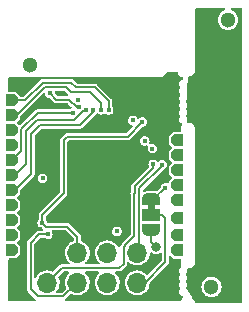
<source format=gbr>
%TF.GenerationSoftware,KiCad,Pcbnew,(6.0.0)*%
%TF.CreationDate,2022-02-03T22:20:30+01:00*%
%TF.ProjectId,ESP31_V3,45535033-315f-4563-932e-6b696361645f,rev?*%
%TF.SameCoordinates,Original*%
%TF.FileFunction,Copper,L4,Bot*%
%TF.FilePolarity,Positive*%
%FSLAX46Y46*%
G04 Gerber Fmt 4.6, Leading zero omitted, Abs format (unit mm)*
G04 Created by KiCad (PCBNEW (6.0.0)) date 2022-02-03 22:20:30*
%MOMM*%
%LPD*%
G01*
G04 APERTURE LIST*
G04 Aperture macros list*
%AMOutline5P*
0 Free polygon, 5 corners , with rotation*
0 The origin of the aperture is its center*
0 number of corners: always 5*
0 $1 to $10 corner X, Y*
0 $11 Rotation angle, in degrees counterclockwise*
0 create outline with 5 corners*
4,1,5,$1,$2,$3,$4,$5,$6,$7,$8,$9,$10,$1,$2,$11*%
%AMOutline6P*
0 Free polygon, 6 corners , with rotation*
0 The origin of the aperture is its center*
0 number of corners: always 6*
0 $1 to $12 corner X, Y*
0 $13 Rotation angle, in degrees counterclockwise*
0 create outline with 6 corners*
4,1,6,$1,$2,$3,$4,$5,$6,$7,$8,$9,$10,$11,$12,$1,$2,$13*%
%AMOutline7P*
0 Free polygon, 7 corners , with rotation*
0 The origin of the aperture is its center*
0 number of corners: always 7*
0 $1 to $14 corner X, Y*
0 $15 Rotation angle, in degrees counterclockwise*
0 create outline with 7 corners*
4,1,7,$1,$2,$3,$4,$5,$6,$7,$8,$9,$10,$11,$12,$13,$14,$1,$2,$15*%
%AMOutline8P*
0 Free polygon, 8 corners , with rotation*
0 The origin of the aperture is its center*
0 number of corners: always 8*
0 $1 to $16 corner X, Y*
0 $17 Rotation angle, in degrees counterclockwise*
0 create outline with 8 corners*
4,1,8,$1,$2,$3,$4,$5,$6,$7,$8,$9,$10,$11,$12,$13,$14,$15,$16,$1,$2,$17*%
%AMFreePoly0*
4,1,22,0.550000,-0.750000,0.000000,-0.750000,0.000000,-0.745033,-0.079941,-0.743568,-0.215256,-0.701293,-0.333266,-0.622738,-0.424486,-0.514219,-0.481581,-0.384460,-0.499164,-0.250000,-0.500000,-0.250000,-0.500000,0.250000,-0.499164,0.250000,-0.499963,0.256109,-0.478152,0.396186,-0.417904,0.524511,-0.324060,0.630769,-0.204165,0.706417,-0.067858,0.745374,0.000000,0.744959,0.000000,0.750000,
0.550000,0.750000,0.550000,-0.750000,0.550000,-0.750000,$1*%
%AMFreePoly1*
4,1,20,0.000000,0.744959,0.073905,0.744508,0.209726,0.703889,0.328688,0.626782,0.421226,0.519385,0.479903,0.390333,0.500000,0.250000,0.500000,-0.250000,0.499851,-0.262216,0.476331,-0.402017,0.414519,-0.529596,0.319384,-0.634700,0.198574,-0.708877,0.061801,-0.746166,0.000000,-0.745033,0.000000,-0.750000,-0.550000,-0.750000,-0.550000,0.750000,0.000000,0.750000,0.000000,0.744959,
0.000000,0.744959,$1*%
G04 Aperture macros list end*
%TA.AperFunction,ComponentPad*%
%ADD10Outline6P,-0.500000X0.500000X0.250000X0.500000X0.500000X0.250000X0.500000X-0.250000X0.250000X-0.500000X-0.500000X-0.500000X180.000000*%
%TD*%
%TA.AperFunction,ComponentPad*%
%ADD11Outline6P,-0.500000X0.500000X0.250000X0.500000X0.500000X0.250000X0.500000X-0.250000X0.250000X-0.500000X-0.500000X-0.500000X0.000000*%
%TD*%
%TA.AperFunction,WasherPad*%
%ADD12C,1.300000*%
%TD*%
%TA.AperFunction,ComponentPad*%
%ADD13R,0.900000X0.500000*%
%TD*%
%TA.AperFunction,ComponentPad*%
%ADD14R,1.700000X1.700000*%
%TD*%
%TA.AperFunction,ComponentPad*%
%ADD15O,1.700000X1.700000*%
%TD*%
%TA.AperFunction,SMDPad,CuDef*%
%ADD16FreePoly0,270.000000*%
%TD*%
%TA.AperFunction,SMDPad,CuDef*%
%ADD17R,1.500000X1.000000*%
%TD*%
%TA.AperFunction,SMDPad,CuDef*%
%ADD18FreePoly1,270.000000*%
%TD*%
%TA.AperFunction,ViaPad*%
%ADD19C,0.400000*%
%TD*%
%TA.AperFunction,ViaPad*%
%ADD20C,0.800000*%
%TD*%
%TA.AperFunction,Conductor*%
%ADD21C,0.200000*%
%TD*%
G04 APERTURE END LIST*
%TO.C,JP1*%
G36*
X116600000Y-107100000D02*
G01*
X116000000Y-107100000D01*
X116000000Y-106600000D01*
X116600000Y-106600000D01*
X116600000Y-107100000D01*
G37*
%TD*%
D10*
%TO.P,J5,1,Pin_1*%
%TO.N,/IO5*%
X118500000Y-107780000D03*
%TD*%
%TO.P,J10,1,Pin_1*%
%TO.N,/IO21*%
X118500000Y-101180000D03*
%TD*%
%TO.P,J7,1,Pin_1*%
%TO.N,/IO10*%
X118500000Y-109230000D03*
%TD*%
D11*
%TO.P,J18,1,Pin_1*%
%TO.N,/IO34*%
X104500000Y-102870000D03*
%TD*%
D10*
%TO.P,J9,1,Pin_1*%
%TO.N,/IO19*%
X118500000Y-103720000D03*
%TD*%
%TO.P,J6,1,Pin_1*%
%TO.N,/IO9*%
X118500000Y-110500000D03*
%TD*%
%TO.P,J12,1,Pin_1*%
%TO.N,/IO23*%
X118500000Y-104990000D03*
%TD*%
D11*
%TO.P,J19,1,Pin_1*%
%TO.N,/IO35*%
X104500000Y-100330000D03*
%TD*%
D12*
%TO.P,REF\u002A\u002A,*%
%TO.N,*%
X106000000Y-94800000D03*
%TD*%
D11*
%TO.P,J13,1,Pin_1*%
%TO.N,/IO25*%
X104500000Y-107950000D03*
%TD*%
D12*
%TO.P,,*%
%TO.N,*%
X122800000Y-91000000D03*
%TD*%
D11*
%TO.P,J15,1,Pin_1*%
%TO.N,/IO27*%
X104500000Y-110490000D03*
%TD*%
%TO.P,J17,1,Pin_1*%
%TO.N,/IO33*%
X104500000Y-106680000D03*
%TD*%
%TO.P,J14,1,Pin_1*%
%TO.N,/IO26*%
X104500000Y-109220000D03*
%TD*%
D10*
%TO.P,J8,1,Pin_1*%
%TO.N,/IO18*%
X118500000Y-106260000D03*
%TD*%
D13*
%TO.P,AE1,2,Shield*%
%TO.N,GND*%
X118150000Y-95625000D03*
%TD*%
D11*
%TO.P,J3,1,Pin_1*%
%TO.N,/CAPN*%
X104500000Y-105410000D03*
%TD*%
%TO.P,J4,1,Pin_1*%
%TO.N,/SENS_VN*%
X104500000Y-104140000D03*
%TD*%
D10*
%TO.P,J11,1,Pin_1*%
%TO.N,/IO22*%
X118500000Y-102450000D03*
%TD*%
D12*
%TO.P,,*%
%TO.N,*%
X121400000Y-113600000D03*
%TD*%
D11*
%TO.P,J1,1,Pin_1*%
%TO.N,/SENS_VP*%
X104500000Y-97790000D03*
%TD*%
%TO.P,J16,1,Pin_1*%
%TO.N,/IO32*%
X104500000Y-101600000D03*
%TD*%
%TO.P,J2,1,Pin_1*%
%TO.N,/CAPP*%
X104500000Y-99060000D03*
%TD*%
D14*
%TO.P,J20,1,Pin_1*%
%TO.N,GND*%
X107500000Y-110725000D03*
D15*
%TO.P,J20,2,Pin_2*%
%TO.N,/IO1*%
X107500000Y-113265000D03*
%TO.P,J20,3,Pin_3*%
%TO.N,/IO2*%
X110040000Y-110725000D03*
%TO.P,J20,4,Pin_4*%
%TO.N,/IO4*%
X110040000Y-113265000D03*
%TO.P,J20,5,Pin_5*%
%TO.N,/IO0*%
X112580000Y-110725000D03*
%TO.P,J20,6,Pin_6*%
%TO.N,/EN*%
X112580000Y-113265000D03*
%TO.P,J20,7,Pin_7*%
%TO.N,/IO3*%
X115120000Y-110725000D03*
%TO.P,J20,8,Pin_8*%
%TO.N,VIN*%
X115120000Y-113265000D03*
%TD*%
D16*
%TO.P,JP1,1,A*%
%TO.N,+3V3*%
X116300000Y-106200000D03*
D17*
%TO.P,JP1,2,C*%
%TO.N,VIN*%
X116300000Y-107500000D03*
D18*
%TO.P,JP1,3,B*%
%TO.N,Net-(C1-Pad2)*%
X116300000Y-108800000D03*
%TD*%
D19*
%TO.N,/IO2*%
X115544600Y-99644200D03*
%TO.N,GND*%
X117350000Y-96150000D03*
X112889765Y-108410228D03*
X116130000Y-97680000D03*
X105500000Y-99300000D03*
X109100000Y-109150000D03*
X113900000Y-97100000D03*
X104550000Y-96200000D03*
X113550000Y-96200000D03*
X114850000Y-98150000D03*
X108580000Y-107330000D03*
X118500000Y-98500000D03*
X116530000Y-97200000D03*
X116750000Y-96050000D03*
X111500000Y-103000000D03*
X106650000Y-98200000D03*
X114200000Y-108900000D03*
X108508800Y-97256600D03*
X116500000Y-111100000D03*
X104500000Y-113750000D03*
X110500000Y-102000000D03*
X108740000Y-113670000D03*
X118450000Y-97825000D03*
X118500000Y-100000000D03*
X115350000Y-96050000D03*
X116750000Y-96600000D03*
X115150000Y-96600000D03*
X109900000Y-107400000D03*
X112500000Y-102000000D03*
X112500000Y-104000000D03*
X118450000Y-96250000D03*
X111750000Y-96200000D03*
X118500000Y-99250000D03*
X114503200Y-96800000D03*
X114400000Y-96200000D03*
X113374500Y-97587566D03*
X110150000Y-96200000D03*
X118500000Y-112750000D03*
X104500000Y-112750000D03*
X113621581Y-109899011D03*
X118425000Y-97000000D03*
X110500000Y-104000000D03*
X118500000Y-113750000D03*
X115450000Y-98050000D03*
X114450000Y-98700000D03*
%TO.N,/EN*%
X107725000Y-97227600D03*
X110162095Y-98373291D03*
%TO.N,+3V3*%
X110124000Y-97775000D03*
X114750000Y-99500000D03*
X113400000Y-108900000D03*
X116396800Y-101896800D03*
X115750000Y-101250000D03*
X107100000Y-104400000D03*
X117495701Y-105195701D03*
%TO.N,/IO1*%
X116464297Y-103214297D03*
%TO.N,/IO2*%
X107069740Y-108169740D03*
%TO.N,/IO4*%
X107542579Y-109142578D03*
%TO.N,/IO3*%
X117211935Y-103241894D03*
D20*
%TO.N,Net-(C1-Pad2)*%
X116700000Y-110200000D03*
D19*
%TO.N,/SENS_VN*%
X110808929Y-98625870D03*
%TO.N,/SENS_VP*%
X112700500Y-98625000D03*
%TO.N,/CAPP*%
X112057502Y-98617052D03*
%TO.N,/CAPN*%
X111408098Y-98605879D03*
%TO.N,/IO34*%
X109668798Y-98858724D03*
%TD*%
D21*
%TO.N,/IO2*%
X114308800Y-100880000D02*
X115544600Y-99644200D01*
X109210000Y-100880000D02*
X114308800Y-100880000D01*
X108910000Y-105690000D02*
X108910000Y-101180000D01*
X108910000Y-101180000D02*
X109210000Y-100880000D01*
X107069740Y-107530260D02*
X108910000Y-105690000D01*
X107069740Y-108169740D02*
X107069740Y-107530260D01*
%TO.N,/EN*%
X109983014Y-98373291D02*
X109359723Y-97750000D01*
X108253511Y-97756111D02*
X107725000Y-97227600D01*
X110162095Y-98373291D02*
X109983014Y-98373291D01*
X108748566Y-97756111D02*
X108253511Y-97756111D01*
X108754677Y-97750000D02*
X108748566Y-97756111D01*
X109359723Y-97750000D02*
X108754677Y-97750000D01*
%TO.N,+3V3*%
X116300000Y-106200000D02*
X116491402Y-106200000D01*
X116491402Y-106200000D02*
X117495701Y-105195701D01*
%TO.N,/IO1*%
X114849832Y-105698512D02*
X114900000Y-105648344D01*
X114900000Y-105100000D02*
X116464297Y-103535703D01*
X114849832Y-109293892D02*
X114849832Y-105698512D01*
X113970489Y-111629511D02*
X113970489Y-110268788D01*
X114900000Y-105648344D02*
X114900000Y-105100000D01*
X107460000Y-113265000D02*
X108725000Y-112000000D01*
X108725000Y-112000000D02*
X113600000Y-112000000D01*
X116464297Y-103535703D02*
X116464297Y-103214297D01*
X113970489Y-110268788D02*
X114099511Y-110139766D01*
X114099511Y-110139766D02*
X114099511Y-110044213D01*
X114099511Y-110044213D02*
X114849832Y-109293892D01*
X113600000Y-112000000D02*
X113970489Y-111629511D01*
%TO.N,/IO2*%
X107069740Y-108169740D02*
X107400000Y-108500000D01*
X110040000Y-109350723D02*
X110040000Y-110725000D01*
X109189277Y-108500000D02*
X110040000Y-109350723D01*
X107400000Y-108500000D02*
X109189277Y-108500000D01*
%TO.N,/IO4*%
X106080000Y-113800000D02*
X106694511Y-114414511D01*
X106694511Y-114414511D02*
X108850489Y-114414511D01*
X106080000Y-109865880D02*
X106080000Y-113800000D01*
X107542579Y-109142578D02*
X106803302Y-109142578D01*
X108850489Y-114414511D02*
X110000000Y-113265000D01*
X106803302Y-109142578D02*
X106080000Y-109865880D01*
%TO.N,/IO3*%
X115249352Y-105863998D02*
X115249352Y-110555648D01*
X115300000Y-105265006D02*
X115300000Y-105813350D01*
X117211935Y-103353071D02*
X115300000Y-105265006D01*
X115300000Y-105813350D02*
X115249352Y-105863998D01*
X115249352Y-110555648D02*
X115080000Y-110725000D01*
X117211935Y-103241894D02*
X117211935Y-103353071D01*
%TO.N,Net-(C1-Pad2)*%
X116300000Y-108800000D02*
X116300000Y-109800000D01*
X116300000Y-109800000D02*
X116700000Y-110200000D01*
%TO.N,/SENS_VN*%
X106658201Y-99466799D02*
X105699040Y-100425960D01*
X105699040Y-103200960D02*
X104760000Y-104140000D01*
X110808929Y-98625870D02*
X110640929Y-98625870D01*
X104760000Y-104140000D02*
X104500000Y-104140000D01*
X109800000Y-99466799D02*
X106658201Y-99466799D01*
X105699040Y-100425960D02*
X105699040Y-103200960D01*
X110640929Y-98625870D02*
X109800000Y-99466799D01*
%TO.N,/SENS_VP*%
X111499511Y-96699511D02*
X110199511Y-96699511D01*
X105610000Y-97790000D02*
X104500000Y-97790000D01*
X107100000Y-96300000D02*
X105610000Y-97790000D01*
X109510723Y-96300000D02*
X107100000Y-96300000D01*
X112700500Y-98625000D02*
X112700500Y-97900500D01*
X110199511Y-96699511D02*
X109910234Y-96699511D01*
X109910234Y-96699511D02*
X109510723Y-96300000D01*
X112700500Y-97900500D02*
X111499511Y-96699511D01*
X110325511Y-96699511D02*
X110199511Y-96699511D01*
%TO.N,/CAPP*%
X109499030Y-97099030D02*
X109099520Y-96699520D01*
X111099031Y-97099031D02*
X109499030Y-97099030D01*
X107265486Y-96699520D02*
X104905006Y-99060000D01*
X104905006Y-99060000D02*
X104500000Y-99060000D01*
X109099520Y-96699520D02*
X107265486Y-96699520D01*
X112057502Y-98617052D02*
X112057502Y-98057502D01*
X112057502Y-98057502D02*
X111099031Y-97099031D01*
%TO.N,/CAPN*%
X104765000Y-105410000D02*
X106125000Y-104050000D01*
X106125000Y-104050000D02*
X106125000Y-100675000D01*
X106875000Y-99925000D02*
X110249076Y-99925000D01*
X106125000Y-100675000D02*
X106875000Y-99925000D01*
X110249076Y-99925000D02*
X111408098Y-98765978D01*
X104500000Y-105410000D02*
X104765000Y-105410000D01*
X111408098Y-98765978D02*
X111408098Y-98605879D01*
%TO.N,/IO34*%
X106701270Y-98858724D02*
X105299521Y-100260473D01*
X105299521Y-100260473D02*
X105299520Y-102070480D01*
X109668798Y-98858724D02*
X106701270Y-98858724D01*
X105299520Y-102070480D02*
X104500000Y-102870000D01*
%TO.N,VIN*%
X117500000Y-107750000D02*
X117500000Y-111500000D01*
X115735000Y-113265000D02*
X115120000Y-113265000D01*
X117500000Y-111500000D02*
X115735000Y-113265000D01*
X117250000Y-107500000D02*
X117500000Y-107750000D01*
X116300000Y-107500000D02*
X117250000Y-107500000D01*
%TD*%
%TA.AperFunction,Conductor*%
%TO.N,GND*%
G36*
X118417774Y-95418907D02*
G01*
X118428869Y-95428286D01*
X118808247Y-95800000D01*
X118901000Y-95800000D01*
X118959191Y-95818907D01*
X118995155Y-95868407D01*
X118999000Y-95892686D01*
X118999000Y-95963847D01*
X118981093Y-96018960D01*
X118931593Y-96054924D01*
X118917255Y-96058425D01*
X118892973Y-96062467D01*
X118892968Y-96062469D01*
X118884897Y-96063812D01*
X118782206Y-96119222D01*
X118702999Y-96204907D01*
X118655818Y-96311629D01*
X118655112Y-96319777D01*
X118655112Y-96319778D01*
X118646455Y-96419727D01*
X118645749Y-96427880D01*
X118647722Y-96435822D01*
X118647722Y-96435823D01*
X118669271Y-96522569D01*
X118673880Y-96541125D01*
X118678317Y-96547996D01*
X118678317Y-96547997D01*
X118708727Y-96595093D01*
X118737175Y-96639152D01*
X118737684Y-96639553D01*
X118761216Y-96691665D01*
X118748811Y-96751580D01*
X118735512Y-96769735D01*
X118702999Y-96804907D01*
X118655818Y-96911629D01*
X118655112Y-96919777D01*
X118655112Y-96919778D01*
X118646524Y-97018927D01*
X118645749Y-97027880D01*
X118647722Y-97035822D01*
X118647722Y-97035823D01*
X118664235Y-97102296D01*
X118673880Y-97141125D01*
X118678317Y-97147996D01*
X118678317Y-97147997D01*
X118729458Y-97227200D01*
X118737175Y-97239152D01*
X118737684Y-97239553D01*
X118761216Y-97291665D01*
X118748811Y-97351580D01*
X118735512Y-97369735D01*
X118702999Y-97404907D01*
X118655818Y-97511629D01*
X118655112Y-97519777D01*
X118655112Y-97519778D01*
X118646455Y-97619727D01*
X118645749Y-97627880D01*
X118647722Y-97635822D01*
X118647722Y-97635823D01*
X118655887Y-97668690D01*
X118673880Y-97741125D01*
X118678317Y-97747996D01*
X118678317Y-97747997D01*
X118711528Y-97799431D01*
X118737175Y-97839152D01*
X118737684Y-97839553D01*
X118761216Y-97891665D01*
X118748811Y-97951580D01*
X118735512Y-97969735D01*
X118702999Y-98004907D01*
X118655818Y-98111629D01*
X118655112Y-98119777D01*
X118655112Y-98119778D01*
X118646517Y-98219014D01*
X118645749Y-98227880D01*
X118647722Y-98235822D01*
X118647722Y-98235823D01*
X118668296Y-98318644D01*
X118673880Y-98341125D01*
X118678317Y-98347996D01*
X118678317Y-98347997D01*
X118708727Y-98395093D01*
X118737175Y-98439152D01*
X118737684Y-98439553D01*
X118761216Y-98491665D01*
X118748811Y-98551580D01*
X118735512Y-98569735D01*
X118702999Y-98604907D01*
X118655818Y-98711629D01*
X118655112Y-98719777D01*
X118655112Y-98719778D01*
X118646455Y-98819727D01*
X118645749Y-98827880D01*
X118647722Y-98835822D01*
X118647722Y-98835823D01*
X118670951Y-98929332D01*
X118673880Y-98941125D01*
X118678317Y-98947996D01*
X118678317Y-98947997D01*
X118724095Y-99018894D01*
X118737175Y-99039152D01*
X118737684Y-99039553D01*
X118761216Y-99091665D01*
X118748811Y-99151580D01*
X118735512Y-99169735D01*
X118702999Y-99204907D01*
X118655818Y-99311629D01*
X118655112Y-99319777D01*
X118655112Y-99319778D01*
X118650355Y-99374696D01*
X118645749Y-99427880D01*
X118673880Y-99541125D01*
X118678317Y-99547996D01*
X118678317Y-99547997D01*
X118732715Y-99632244D01*
X118737175Y-99639152D01*
X118828811Y-99711392D01*
X118836531Y-99714103D01*
X118843704Y-99718047D01*
X118843013Y-99719303D01*
X118884556Y-99751007D01*
X118902089Y-99809627D01*
X118886941Y-99859968D01*
X118872686Y-99882655D01*
X118865331Y-99894360D01*
X118813233Y-100043250D01*
X118796336Y-100193210D01*
X118794857Y-100199642D01*
X118797318Y-100210516D01*
X118797559Y-100211583D01*
X118800000Y-100233432D01*
X118800000Y-100380500D01*
X118781093Y-100438691D01*
X118731593Y-100474655D01*
X118701001Y-100479500D01*
X118257033Y-100479499D01*
X118230159Y-100479499D01*
X118225356Y-100480462D01*
X118225353Y-100480462D01*
X118180985Y-100489355D01*
X118180982Y-100489356D01*
X118171439Y-100491269D01*
X118122255Y-100524195D01*
X117844196Y-100802254D01*
X117810997Y-100852099D01*
X117799500Y-100910162D01*
X117799499Y-101449841D01*
X117800462Y-101454644D01*
X117800462Y-101454647D01*
X117809355Y-101499015D01*
X117809356Y-101499018D01*
X117811269Y-101508561D01*
X117844195Y-101557745D01*
X118031446Y-101744996D01*
X118059223Y-101799513D01*
X118049652Y-101859945D01*
X118031446Y-101885004D01*
X117844196Y-102072254D01*
X117810997Y-102122099D01*
X117799500Y-102180162D01*
X117799499Y-102719841D01*
X117800462Y-102724644D01*
X117800462Y-102724647D01*
X117809355Y-102769015D01*
X117809356Y-102769018D01*
X117811269Y-102778561D01*
X117844195Y-102827745D01*
X118031446Y-103014996D01*
X118059223Y-103069513D01*
X118049652Y-103129945D01*
X118031446Y-103155004D01*
X117844196Y-103342254D01*
X117810997Y-103392099D01*
X117799500Y-103450162D01*
X117799499Y-103989841D01*
X117800462Y-103994644D01*
X117800462Y-103994647D01*
X117809355Y-104039015D01*
X117809356Y-104039018D01*
X117811269Y-104048561D01*
X117844195Y-104097745D01*
X118031446Y-104284996D01*
X118059223Y-104339513D01*
X118049652Y-104399945D01*
X118031446Y-104425004D01*
X117844196Y-104612254D01*
X117810997Y-104662099D01*
X117799500Y-104720162D01*
X117799500Y-104739449D01*
X117780593Y-104797640D01*
X117731093Y-104833604D01*
X117669907Y-104833604D01*
X117655555Y-104827659D01*
X117627945Y-104813591D01*
X117627944Y-104813591D01*
X117621005Y-104810055D01*
X117613311Y-104808836D01*
X117613310Y-104808836D01*
X117503398Y-104791428D01*
X117495701Y-104790209D01*
X117488004Y-104791428D01*
X117378092Y-104808836D01*
X117378091Y-104808836D01*
X117370397Y-104810055D01*
X117363458Y-104813591D01*
X117363457Y-104813591D01*
X117264298Y-104864115D01*
X117264296Y-104864116D01*
X117257359Y-104867651D01*
X117167651Y-104957359D01*
X117164116Y-104964296D01*
X117164115Y-104964298D01*
X117137831Y-105015884D01*
X117110055Y-105070397D01*
X117108837Y-105078090D01*
X117108836Y-105078092D01*
X117098907Y-105140784D01*
X117071130Y-105195301D01*
X116784036Y-105482395D01*
X116729519Y-105510172D01*
X116698802Y-105510212D01*
X116591106Y-105493444D01*
X116591098Y-105493443D01*
X116587621Y-105492902D01*
X116584102Y-105492859D01*
X116567074Y-105492651D01*
X116529665Y-105492194D01*
X116524251Y-105492902D01*
X116510225Y-105494736D01*
X116497389Y-105495572D01*
X116112427Y-105495572D01*
X116097199Y-105494393D01*
X116094478Y-105493970D01*
X116091104Y-105493444D01*
X116091100Y-105493444D01*
X116087621Y-105492902D01*
X116029665Y-105492194D01*
X115887651Y-105510764D01*
X115884257Y-105511712D01*
X115884255Y-105511712D01*
X115835225Y-105525401D01*
X115835223Y-105525402D01*
X115831823Y-105526351D01*
X115828596Y-105527771D01*
X115828593Y-105527772D01*
X115739372Y-105567031D01*
X115678495Y-105573161D01*
X115625641Y-105542338D01*
X115600998Y-105486334D01*
X115600500Y-105476415D01*
X115600500Y-105430485D01*
X115619407Y-105372294D01*
X115629496Y-105360481D01*
X117377529Y-103612449D01*
X117402588Y-103594244D01*
X117443333Y-103573483D01*
X117443337Y-103573480D01*
X117450277Y-103569944D01*
X117539985Y-103480236D01*
X117552843Y-103455002D01*
X117594045Y-103374138D01*
X117594045Y-103374137D01*
X117597581Y-103367198D01*
X117603171Y-103331907D01*
X117616208Y-103249591D01*
X117617427Y-103241894D01*
X117610459Y-103197901D01*
X117598800Y-103124285D01*
X117598800Y-103124284D01*
X117597581Y-103116590D01*
X117591923Y-103105486D01*
X117543521Y-103010491D01*
X117543520Y-103010489D01*
X117539985Y-103003552D01*
X117450277Y-102913844D01*
X117443340Y-102910309D01*
X117443338Y-102910308D01*
X117344179Y-102859784D01*
X117344178Y-102859784D01*
X117337239Y-102856248D01*
X117329545Y-102855029D01*
X117329544Y-102855029D01*
X117219632Y-102837621D01*
X117211935Y-102836402D01*
X117204238Y-102837621D01*
X117094326Y-102855029D01*
X117094325Y-102855029D01*
X117086631Y-102856248D01*
X117079692Y-102859784D01*
X117079691Y-102859784D01*
X116980532Y-102910308D01*
X116980530Y-102910309D01*
X116973593Y-102913844D01*
X116968087Y-102919350D01*
X116968083Y-102919353D01*
X116921919Y-102965518D01*
X116867403Y-102993296D01*
X116806971Y-102983725D01*
X116781911Y-102965519D01*
X116702639Y-102886247D01*
X116695702Y-102882712D01*
X116695700Y-102882711D01*
X116596541Y-102832187D01*
X116596540Y-102832187D01*
X116589601Y-102828651D01*
X116581907Y-102827432D01*
X116581906Y-102827432D01*
X116471994Y-102810024D01*
X116464297Y-102808805D01*
X116456600Y-102810024D01*
X116346688Y-102827432D01*
X116346687Y-102827432D01*
X116338993Y-102828651D01*
X116332054Y-102832187D01*
X116332053Y-102832187D01*
X116232894Y-102882711D01*
X116232892Y-102882712D01*
X116225955Y-102886247D01*
X116136247Y-102975955D01*
X116132712Y-102982892D01*
X116132711Y-102982894D01*
X116085022Y-103076489D01*
X116078651Y-103088993D01*
X116058805Y-103214297D01*
X116078651Y-103339601D01*
X116082187Y-103346540D01*
X116098915Y-103379371D01*
X116108486Y-103439804D01*
X116080709Y-103494320D01*
X114725349Y-104849680D01*
X114722220Y-104852380D01*
X114717731Y-104854575D01*
X114711513Y-104861278D01*
X114684107Y-104890822D01*
X114681531Y-104893498D01*
X114667752Y-104907277D01*
X114665207Y-104910987D01*
X114661771Y-104914900D01*
X114641599Y-104936646D01*
X114638212Y-104945134D01*
X114638212Y-104945135D01*
X114637334Y-104947336D01*
X114627020Y-104966652D01*
X114625679Y-104968607D01*
X114625678Y-104968610D01*
X114620508Y-104976146D01*
X114618398Y-104985038D01*
X114614359Y-105002058D01*
X114609986Y-105015884D01*
X114602706Y-105034132D01*
X114600117Y-105040622D01*
X114599500Y-105046915D01*
X114599500Y-105053084D01*
X114596825Y-105075943D01*
X114594660Y-105085066D01*
X114598596Y-105113987D01*
X114599500Y-105127337D01*
X114599500Y-105496857D01*
X114588721Y-105534077D01*
X114591431Y-105535158D01*
X114587166Y-105545848D01*
X114576852Y-105565164D01*
X114575511Y-105567119D01*
X114575510Y-105567122D01*
X114570340Y-105574658D01*
X114568230Y-105583550D01*
X114564191Y-105600570D01*
X114559818Y-105614396D01*
X114559712Y-105614662D01*
X114549949Y-105639134D01*
X114549332Y-105645427D01*
X114549332Y-105651596D01*
X114546657Y-105674455D01*
X114544492Y-105683578D01*
X114548428Y-105712499D01*
X114549332Y-105725849D01*
X114549332Y-109128413D01*
X114530425Y-109186604D01*
X114520336Y-109198417D01*
X113924860Y-109793893D01*
X113921731Y-109796593D01*
X113917242Y-109798788D01*
X113911024Y-109805491D01*
X113883618Y-109835035D01*
X113881042Y-109837711D01*
X113867263Y-109851490D01*
X113864718Y-109855200D01*
X113861282Y-109859113D01*
X113841110Y-109880859D01*
X113837723Y-109889347D01*
X113837723Y-109889348D01*
X113836845Y-109891549D01*
X113826531Y-109910865D01*
X113825190Y-109912820D01*
X113825189Y-109912823D01*
X113820019Y-109920359D01*
X113817909Y-109929251D01*
X113813870Y-109946271D01*
X113809497Y-109960097D01*
X113803572Y-109974949D01*
X113799628Y-109984835D01*
X113799011Y-109991128D01*
X113799011Y-109991520D01*
X113798436Y-109993883D01*
X113774825Y-110037803D01*
X113754570Y-110059638D01*
X113752021Y-110062285D01*
X113738241Y-110076065D01*
X113735696Y-110079775D01*
X113732260Y-110083688D01*
X113712088Y-110105434D01*
X113708701Y-110113922D01*
X113708701Y-110113923D01*
X113707823Y-110116124D01*
X113697509Y-110135440D01*
X113696168Y-110137395D01*
X113696167Y-110137398D01*
X113690997Y-110144934D01*
X113688887Y-110153826D01*
X113684848Y-110170846D01*
X113680476Y-110184671D01*
X113674738Y-110199054D01*
X113635614Y-110246096D01*
X113576311Y-110261158D01*
X113519482Y-110238486D01*
X113495373Y-110208848D01*
X113459218Y-110140849D01*
X113329011Y-109981200D01*
X113266216Y-109929251D01*
X113174002Y-109852965D01*
X113174000Y-109852964D01*
X113170275Y-109849882D01*
X113018722Y-109767938D01*
X112993309Y-109754197D01*
X112993308Y-109754197D01*
X112989055Y-109751897D01*
X112925855Y-109732333D01*
X112796875Y-109692407D01*
X112796871Y-109692406D01*
X112792254Y-109690977D01*
X112787446Y-109690472D01*
X112787443Y-109690471D01*
X112592185Y-109669949D01*
X112592183Y-109669949D01*
X112587369Y-109669443D01*
X112548492Y-109672981D01*
X112387022Y-109687675D01*
X112387017Y-109687676D01*
X112382203Y-109688114D01*
X112184572Y-109746280D01*
X112180288Y-109748519D01*
X112180287Y-109748520D01*
X112143144Y-109767938D01*
X112002002Y-109841726D01*
X111998233Y-109844756D01*
X111998232Y-109844757D01*
X111845220Y-109967781D01*
X111845217Y-109967783D01*
X111841447Y-109970815D01*
X111838333Y-109974526D01*
X111838332Y-109974527D01*
X111721365Y-110113923D01*
X111709024Y-110128630D01*
X111706689Y-110132878D01*
X111706688Y-110132879D01*
X111700061Y-110144934D01*
X111609776Y-110309162D01*
X111547484Y-110505532D01*
X111546944Y-110510344D01*
X111546944Y-110510345D01*
X111526163Y-110695618D01*
X111524520Y-110710262D01*
X111541759Y-110915553D01*
X111598544Y-111113586D01*
X111692712Y-111296818D01*
X111820677Y-111458270D01*
X111899214Y-111525110D01*
X111931272Y-111577221D01*
X111926578Y-111638226D01*
X111886923Y-111684821D01*
X111835048Y-111699500D01*
X110786582Y-111699500D01*
X110728391Y-111680593D01*
X110692427Y-111631093D01*
X110692427Y-111569907D01*
X110725632Y-111522487D01*
X110764135Y-111492406D01*
X110764139Y-111492402D01*
X110767951Y-111489424D01*
X110776630Y-111479370D01*
X110851430Y-111392712D01*
X110902564Y-111333472D01*
X110921559Y-111300035D01*
X111001934Y-111158550D01*
X111001935Y-111158547D01*
X111004323Y-111154344D01*
X111006268Y-111148499D01*
X111067824Y-110963454D01*
X111067824Y-110963452D01*
X111069351Y-110958863D01*
X111079599Y-110877745D01*
X111092599Y-110774835D01*
X111095171Y-110754474D01*
X111095583Y-110725000D01*
X111095313Y-110722244D01*
X111075952Y-110524780D01*
X111075951Y-110524776D01*
X111075480Y-110519970D01*
X111070309Y-110502841D01*
X111017333Y-110327380D01*
X111015935Y-110322749D01*
X110919218Y-110140849D01*
X110789011Y-109981200D01*
X110726216Y-109929251D01*
X110634002Y-109852965D01*
X110634000Y-109852964D01*
X110630275Y-109849882D01*
X110478722Y-109767938D01*
X110453309Y-109754197D01*
X110453308Y-109754197D01*
X110449055Y-109751897D01*
X110444438Y-109750468D01*
X110444429Y-109750464D01*
X110410225Y-109739876D01*
X110360227Y-109704607D01*
X110340500Y-109645304D01*
X110340500Y-109404231D01*
X110340803Y-109400106D01*
X110342425Y-109395381D01*
X110340570Y-109345962D01*
X110340500Y-109342249D01*
X110340500Y-109322775D01*
X110339675Y-109318345D01*
X110339338Y-109313140D01*
X110339268Y-109311254D01*
X110338226Y-109283515D01*
X110334620Y-109275121D01*
X110334619Y-109275118D01*
X110333683Y-109272940D01*
X110327317Y-109251989D01*
X110325209Y-109240670D01*
X110311232Y-109217994D01*
X110304548Y-109205127D01*
X110296795Y-109187081D01*
X110296794Y-109187080D01*
X110294036Y-109180660D01*
X110290022Y-109175774D01*
X110285658Y-109171410D01*
X110271387Y-109153355D01*
X110271264Y-109153156D01*
X110266468Y-109145375D01*
X110243231Y-109127705D01*
X110233161Y-109118913D01*
X110014248Y-108900000D01*
X112994508Y-108900000D01*
X112995727Y-108907697D01*
X113001585Y-108944680D01*
X113014354Y-109025304D01*
X113017890Y-109032243D01*
X113017890Y-109032244D01*
X113066535Y-109127714D01*
X113071950Y-109138342D01*
X113161658Y-109228050D01*
X113168595Y-109231585D01*
X113168597Y-109231586D01*
X113267756Y-109282110D01*
X113274696Y-109285646D01*
X113282390Y-109286865D01*
X113282391Y-109286865D01*
X113392303Y-109304273D01*
X113400000Y-109305492D01*
X113407697Y-109304273D01*
X113517609Y-109286865D01*
X113517610Y-109286865D01*
X113525304Y-109285646D01*
X113532244Y-109282110D01*
X113631403Y-109231586D01*
X113631405Y-109231585D01*
X113638342Y-109228050D01*
X113728050Y-109138342D01*
X113733466Y-109127714D01*
X113782110Y-109032244D01*
X113782110Y-109032243D01*
X113785646Y-109025304D01*
X113798416Y-108944680D01*
X113804273Y-108907697D01*
X113805492Y-108900000D01*
X113796984Y-108846280D01*
X113786865Y-108782391D01*
X113786865Y-108782390D01*
X113785646Y-108774696D01*
X113761316Y-108726946D01*
X113731586Y-108668597D01*
X113731585Y-108668595D01*
X113728050Y-108661658D01*
X113638342Y-108571950D01*
X113631405Y-108568415D01*
X113631403Y-108568414D01*
X113532244Y-108517890D01*
X113532243Y-108517890D01*
X113525304Y-108514354D01*
X113517610Y-108513135D01*
X113517609Y-108513135D01*
X113407697Y-108495727D01*
X113400000Y-108494508D01*
X113392303Y-108495727D01*
X113282391Y-108513135D01*
X113282390Y-108513135D01*
X113274696Y-108514354D01*
X113267757Y-108517890D01*
X113267756Y-108517890D01*
X113168597Y-108568414D01*
X113168595Y-108568415D01*
X113161658Y-108571950D01*
X113071950Y-108661658D01*
X113068415Y-108668595D01*
X113068414Y-108668597D01*
X113038684Y-108726946D01*
X113014354Y-108774696D01*
X113013135Y-108782390D01*
X113013135Y-108782391D01*
X113003016Y-108846280D01*
X112994508Y-108900000D01*
X110014248Y-108900000D01*
X109439597Y-108325349D01*
X109436897Y-108322220D01*
X109434702Y-108317731D01*
X109398455Y-108284107D01*
X109395779Y-108281531D01*
X109382000Y-108267752D01*
X109378290Y-108265207D01*
X109374377Y-108261771D01*
X109359332Y-108247815D01*
X109352631Y-108241599D01*
X109341941Y-108237334D01*
X109322625Y-108227020D01*
X109320670Y-108225679D01*
X109320667Y-108225678D01*
X109313131Y-108220508D01*
X109287218Y-108214359D01*
X109273393Y-108209986D01*
X109255145Y-108202706D01*
X109255143Y-108202706D01*
X109248655Y-108200117D01*
X109242362Y-108199500D01*
X109236193Y-108199500D01*
X109213334Y-108196825D01*
X109213104Y-108196770D01*
X109213102Y-108196770D01*
X109204211Y-108194660D01*
X109175290Y-108198596D01*
X109161940Y-108199500D01*
X107565479Y-108199500D01*
X107507288Y-108180593D01*
X107495475Y-108170504D01*
X107494311Y-108169340D01*
X107466534Y-108114823D01*
X107456605Y-108052131D01*
X107456604Y-108052129D01*
X107455386Y-108044436D01*
X107397790Y-107931398D01*
X107392283Y-107925891D01*
X107389146Y-107921573D01*
X107370240Y-107863384D01*
X107370240Y-107695739D01*
X107389147Y-107637548D01*
X107399236Y-107625735D01*
X109084651Y-105940320D01*
X109087780Y-105937620D01*
X109092269Y-105935425D01*
X109125893Y-105899178D01*
X109128469Y-105896502D01*
X109142248Y-105882723D01*
X109144793Y-105879013D01*
X109148229Y-105875100D01*
X109162187Y-105860053D01*
X109168401Y-105853354D01*
X109171788Y-105844866D01*
X109172667Y-105842663D01*
X109182978Y-105823352D01*
X109184322Y-105821393D01*
X109184323Y-105821390D01*
X109189493Y-105813854D01*
X109195644Y-105787934D01*
X109200014Y-105774115D01*
X109209883Y-105749378D01*
X109210500Y-105743085D01*
X109210500Y-105736915D01*
X109213175Y-105714056D01*
X109213230Y-105713826D01*
X109215340Y-105704934D01*
X109211404Y-105676012D01*
X109210500Y-105662663D01*
X109210500Y-101345479D01*
X109229407Y-101287288D01*
X109239496Y-101275475D01*
X109264971Y-101250000D01*
X115344508Y-101250000D01*
X115364354Y-101375304D01*
X115367890Y-101382243D01*
X115367890Y-101382244D01*
X115402333Y-101449841D01*
X115421950Y-101488342D01*
X115511658Y-101578050D01*
X115518595Y-101581585D01*
X115518597Y-101581586D01*
X115613028Y-101629701D01*
X115624696Y-101635646D01*
X115632390Y-101636865D01*
X115632391Y-101636865D01*
X115742303Y-101654273D01*
X115750000Y-101655492D01*
X115757697Y-101654273D01*
X115867609Y-101636865D01*
X115867610Y-101636865D01*
X115875304Y-101635646D01*
X115882244Y-101632110D01*
X115889658Y-101629701D01*
X115890196Y-101631358D01*
X115941229Y-101623275D01*
X115995746Y-101651051D01*
X116023525Y-101705567D01*
X116015442Y-101756604D01*
X116017099Y-101757142D01*
X116014690Y-101764556D01*
X116011154Y-101771496D01*
X116009935Y-101779190D01*
X116009935Y-101779191D01*
X116004264Y-101815000D01*
X115991308Y-101896800D01*
X116011154Y-102022104D01*
X116014690Y-102029043D01*
X116014690Y-102029044D01*
X116038784Y-102076330D01*
X116068750Y-102135142D01*
X116158458Y-102224850D01*
X116165395Y-102228385D01*
X116165397Y-102228386D01*
X116264556Y-102278910D01*
X116271496Y-102282446D01*
X116279190Y-102283665D01*
X116279191Y-102283665D01*
X116389103Y-102301073D01*
X116396800Y-102302292D01*
X116404497Y-102301073D01*
X116514409Y-102283665D01*
X116514410Y-102283665D01*
X116522104Y-102282446D01*
X116529044Y-102278910D01*
X116628203Y-102228386D01*
X116628205Y-102228385D01*
X116635142Y-102224850D01*
X116724850Y-102135142D01*
X116754817Y-102076330D01*
X116778910Y-102029044D01*
X116778910Y-102029043D01*
X116782446Y-102022104D01*
X116802292Y-101896800D01*
X116789336Y-101815000D01*
X116783665Y-101779191D01*
X116783665Y-101779190D01*
X116782446Y-101771496D01*
X116768944Y-101744996D01*
X116728386Y-101665397D01*
X116728385Y-101665395D01*
X116724850Y-101658458D01*
X116635142Y-101568750D01*
X116628205Y-101565215D01*
X116628203Y-101565214D01*
X116529044Y-101514690D01*
X116529043Y-101514690D01*
X116522104Y-101511154D01*
X116514410Y-101509935D01*
X116514409Y-101509935D01*
X116404497Y-101492527D01*
X116396800Y-101491308D01*
X116389103Y-101492527D01*
X116279191Y-101509935D01*
X116279190Y-101509935D01*
X116271496Y-101511154D01*
X116264556Y-101514690D01*
X116257142Y-101517099D01*
X116256604Y-101515442D01*
X116205571Y-101523525D01*
X116151054Y-101495749D01*
X116123275Y-101441233D01*
X116131358Y-101390196D01*
X116129701Y-101389658D01*
X116132110Y-101382244D01*
X116135646Y-101375304D01*
X116155492Y-101250000D01*
X116144735Y-101182082D01*
X116136865Y-101132391D01*
X116136865Y-101132390D01*
X116135646Y-101124696D01*
X116122653Y-101099195D01*
X116081586Y-101018597D01*
X116081585Y-101018595D01*
X116078050Y-101011658D01*
X115988342Y-100921950D01*
X115981405Y-100918415D01*
X115981403Y-100918414D01*
X115882244Y-100867890D01*
X115882243Y-100867890D01*
X115875304Y-100864354D01*
X115867610Y-100863135D01*
X115867609Y-100863135D01*
X115757697Y-100845727D01*
X115750000Y-100844508D01*
X115742303Y-100845727D01*
X115632391Y-100863135D01*
X115632390Y-100863135D01*
X115624696Y-100864354D01*
X115617757Y-100867890D01*
X115617756Y-100867890D01*
X115518597Y-100918414D01*
X115518595Y-100918415D01*
X115511658Y-100921950D01*
X115421950Y-101011658D01*
X115418415Y-101018595D01*
X115418414Y-101018597D01*
X115377347Y-101099195D01*
X115364354Y-101124696D01*
X115363135Y-101132390D01*
X115363135Y-101132391D01*
X115355265Y-101182082D01*
X115344508Y-101250000D01*
X109264971Y-101250000D01*
X109305475Y-101209496D01*
X109359992Y-101181719D01*
X109375479Y-101180500D01*
X114255292Y-101180500D01*
X114259417Y-101180803D01*
X114264142Y-101182425D01*
X114313561Y-101180570D01*
X114317274Y-101180500D01*
X114336748Y-101180500D01*
X114341178Y-101179675D01*
X114346371Y-101179339D01*
X114362402Y-101178737D01*
X114366875Y-101178569D01*
X114376008Y-101178226D01*
X114384402Y-101174620D01*
X114384405Y-101174619D01*
X114386583Y-101173683D01*
X114407534Y-101167317D01*
X114418853Y-101165209D01*
X114441529Y-101151232D01*
X114454396Y-101144548D01*
X114472442Y-101136795D01*
X114472443Y-101136794D01*
X114478863Y-101134036D01*
X114483749Y-101130022D01*
X114488113Y-101125658D01*
X114506168Y-101111387D01*
X114514148Y-101106468D01*
X114531818Y-101083231D01*
X114540610Y-101073161D01*
X115545000Y-100068771D01*
X115599517Y-100040994D01*
X115662209Y-100031065D01*
X115662211Y-100031064D01*
X115669904Y-100029846D01*
X115682037Y-100023664D01*
X115776003Y-99975786D01*
X115776005Y-99975785D01*
X115782942Y-99972250D01*
X115872650Y-99882542D01*
X115898614Y-99831586D01*
X115926710Y-99776444D01*
X115926710Y-99776443D01*
X115930246Y-99769504D01*
X115933327Y-99750055D01*
X115948873Y-99651897D01*
X115950092Y-99644200D01*
X115948873Y-99636503D01*
X115931465Y-99526591D01*
X115931465Y-99526590D01*
X115930246Y-99518896D01*
X115914693Y-99488371D01*
X115876186Y-99412797D01*
X115876185Y-99412795D01*
X115872650Y-99405858D01*
X115782942Y-99316150D01*
X115776005Y-99312615D01*
X115776003Y-99312614D01*
X115676844Y-99262090D01*
X115676843Y-99262090D01*
X115669904Y-99258554D01*
X115662210Y-99257335D01*
X115662209Y-99257335D01*
X115552297Y-99239927D01*
X115544600Y-99238708D01*
X115536903Y-99239927D01*
X115426991Y-99257335D01*
X115426990Y-99257335D01*
X115419296Y-99258554D01*
X115412357Y-99262090D01*
X115412356Y-99262090D01*
X115313197Y-99312614D01*
X115313195Y-99312615D01*
X115306258Y-99316150D01*
X115269825Y-99352583D01*
X115215308Y-99380360D01*
X115154876Y-99370789D01*
X115111612Y-99327525D01*
X115081588Y-99268600D01*
X115081585Y-99268596D01*
X115078050Y-99261658D01*
X114988342Y-99171950D01*
X114981405Y-99168415D01*
X114981403Y-99168414D01*
X114882244Y-99117890D01*
X114882243Y-99117890D01*
X114875304Y-99114354D01*
X114867610Y-99113135D01*
X114867609Y-99113135D01*
X114757697Y-99095727D01*
X114750000Y-99094508D01*
X114742303Y-99095727D01*
X114632391Y-99113135D01*
X114632390Y-99113135D01*
X114624696Y-99114354D01*
X114617757Y-99117890D01*
X114617756Y-99117890D01*
X114518597Y-99168414D01*
X114518595Y-99168415D01*
X114511658Y-99171950D01*
X114421950Y-99261658D01*
X114418415Y-99268595D01*
X114418414Y-99268597D01*
X114388389Y-99327525D01*
X114364354Y-99374696D01*
X114363135Y-99382390D01*
X114363135Y-99382391D01*
X114354368Y-99437746D01*
X114344508Y-99500000D01*
X114345727Y-99507697D01*
X114348720Y-99526591D01*
X114364354Y-99625304D01*
X114421950Y-99738342D01*
X114511658Y-99828050D01*
X114518595Y-99831585D01*
X114518597Y-99831586D01*
X114617756Y-99882110D01*
X114624696Y-99885646D01*
X114632390Y-99886865D01*
X114632391Y-99886865D01*
X114651617Y-99889910D01*
X114706134Y-99917688D01*
X114733911Y-99972204D01*
X114724339Y-100032636D01*
X114706134Y-100057695D01*
X114213325Y-100550504D01*
X114158808Y-100578281D01*
X114143321Y-100579500D01*
X109263508Y-100579500D01*
X109259383Y-100579197D01*
X109254658Y-100577575D01*
X109205239Y-100579430D01*
X109201526Y-100579500D01*
X109182052Y-100579500D01*
X109177622Y-100580325D01*
X109172429Y-100580661D01*
X109156398Y-100581263D01*
X109151925Y-100581431D01*
X109142792Y-100581774D01*
X109134398Y-100585380D01*
X109134395Y-100585381D01*
X109132217Y-100586317D01*
X109111266Y-100592683D01*
X109099947Y-100594791D01*
X109092164Y-100599588D01*
X109092165Y-100599588D01*
X109077272Y-100608768D01*
X109064404Y-100615452D01*
X109046358Y-100623205D01*
X109046357Y-100623206D01*
X109039937Y-100625964D01*
X109035051Y-100629978D01*
X109030687Y-100634342D01*
X109012632Y-100648613D01*
X109004652Y-100653532D01*
X108986982Y-100676769D01*
X108978190Y-100686839D01*
X108735349Y-100929680D01*
X108732220Y-100932380D01*
X108727731Y-100934575D01*
X108721513Y-100941278D01*
X108694107Y-100970822D01*
X108691531Y-100973498D01*
X108677752Y-100987277D01*
X108675207Y-100990987D01*
X108671771Y-100994900D01*
X108651599Y-101016646D01*
X108648212Y-101025134D01*
X108648212Y-101025135D01*
X108647334Y-101027336D01*
X108637020Y-101046652D01*
X108635679Y-101048607D01*
X108635678Y-101048610D01*
X108630508Y-101056146D01*
X108628398Y-101065038D01*
X108624359Y-101082058D01*
X108619986Y-101095884D01*
X108613801Y-101111387D01*
X108610117Y-101120622D01*
X108609500Y-101126915D01*
X108609500Y-101133084D01*
X108606825Y-101155943D01*
X108604660Y-101165066D01*
X108608596Y-101193987D01*
X108609500Y-101207337D01*
X108609500Y-105524520D01*
X108590593Y-105582711D01*
X108580504Y-105594524D01*
X106895089Y-107279940D01*
X106891960Y-107282640D01*
X106887471Y-107284835D01*
X106881253Y-107291538D01*
X106853847Y-107321082D01*
X106851271Y-107323758D01*
X106837492Y-107337537D01*
X106834947Y-107341247D01*
X106831511Y-107345160D01*
X106811339Y-107366906D01*
X106807952Y-107375394D01*
X106807952Y-107375395D01*
X106807074Y-107377596D01*
X106796760Y-107396912D01*
X106795419Y-107398867D01*
X106795418Y-107398870D01*
X106790248Y-107406406D01*
X106788138Y-107415298D01*
X106784099Y-107432318D01*
X106779726Y-107446144D01*
X106772446Y-107464392D01*
X106769857Y-107470882D01*
X106769240Y-107477175D01*
X106769240Y-107483344D01*
X106766565Y-107506203D01*
X106764400Y-107515326D01*
X106768336Y-107544247D01*
X106769240Y-107557597D01*
X106769240Y-107863384D01*
X106750334Y-107921573D01*
X106747197Y-107925891D01*
X106741690Y-107931398D01*
X106684094Y-108044436D01*
X106664248Y-108169740D01*
X106665467Y-108177437D01*
X106682159Y-108282825D01*
X106684094Y-108295044D01*
X106687630Y-108301983D01*
X106687630Y-108301984D01*
X106713654Y-108353058D01*
X106741690Y-108408082D01*
X106831398Y-108497790D01*
X106838335Y-108501325D01*
X106838337Y-108501326D01*
X106870846Y-108517890D01*
X106944436Y-108555386D01*
X106952129Y-108556604D01*
X106952131Y-108556605D01*
X107014823Y-108566534D01*
X107069340Y-108594311D01*
X107148103Y-108673074D01*
X107175880Y-108727591D01*
X107166309Y-108788023D01*
X107123044Y-108831288D01*
X107078099Y-108842078D01*
X106856809Y-108842078D01*
X106852685Y-108841775D01*
X106847960Y-108840153D01*
X106806634Y-108841705D01*
X106798552Y-108842008D01*
X106794838Y-108842078D01*
X106775354Y-108842078D01*
X106770922Y-108842903D01*
X106765732Y-108843240D01*
X106736093Y-108844353D01*
X106725521Y-108848895D01*
X106704568Y-108855261D01*
X106702236Y-108855695D01*
X106702234Y-108855696D01*
X106693249Y-108857369D01*
X106670570Y-108871349D01*
X106657709Y-108878029D01*
X106645329Y-108883348D01*
X106633239Y-108888542D01*
X106628353Y-108892556D01*
X106623989Y-108896920D01*
X106605934Y-108911191D01*
X106597954Y-108916110D01*
X106580284Y-108939347D01*
X106571492Y-108949417D01*
X105905349Y-109615560D01*
X105902220Y-109618260D01*
X105897731Y-109620455D01*
X105891513Y-109627158D01*
X105864107Y-109656702D01*
X105861531Y-109659378D01*
X105847752Y-109673157D01*
X105845207Y-109676867D01*
X105841771Y-109680780D01*
X105821599Y-109702526D01*
X105818212Y-109711014D01*
X105818212Y-109711015D01*
X105817334Y-109713216D01*
X105807020Y-109732532D01*
X105805679Y-109734487D01*
X105805678Y-109734490D01*
X105800508Y-109742026D01*
X105794359Y-109767938D01*
X105789986Y-109781764D01*
X105782706Y-109800012D01*
X105780117Y-109806502D01*
X105779500Y-109812795D01*
X105779500Y-109818964D01*
X105776825Y-109841823D01*
X105774660Y-109850946D01*
X105777819Y-109874158D01*
X105778596Y-109879867D01*
X105779500Y-109893217D01*
X105779500Y-113746492D01*
X105779197Y-113750617D01*
X105777575Y-113755342D01*
X105777918Y-113764476D01*
X105779430Y-113804761D01*
X105779500Y-113808474D01*
X105779500Y-113827948D01*
X105780325Y-113832378D01*
X105780661Y-113837571D01*
X105781774Y-113867208D01*
X105785380Y-113875602D01*
X105785381Y-113875605D01*
X105786317Y-113877783D01*
X105792683Y-113898734D01*
X105794791Y-113910053D01*
X105799588Y-113917835D01*
X105808768Y-113932728D01*
X105815451Y-113945595D01*
X105825964Y-113970063D01*
X105829978Y-113974949D01*
X105834342Y-113979313D01*
X105848613Y-113997368D01*
X105853532Y-114005348D01*
X105876769Y-114023018D01*
X105886839Y-114031810D01*
X106444191Y-114589162D01*
X106446891Y-114592291D01*
X106449086Y-114596780D01*
X106455789Y-114602998D01*
X106483194Y-114628420D01*
X106512997Y-114681856D01*
X106505699Y-114742605D01*
X106464088Y-114787462D01*
X106415866Y-114800000D01*
X104299000Y-114800000D01*
X104240809Y-114781093D01*
X104204845Y-114731593D01*
X104200000Y-114701000D01*
X104200000Y-111289500D01*
X104218907Y-111231309D01*
X104268407Y-111195345D01*
X104298999Y-111190500D01*
X104742967Y-111190501D01*
X104769841Y-111190501D01*
X104774644Y-111189538D01*
X104774647Y-111189538D01*
X104819015Y-111180645D01*
X104819018Y-111180644D01*
X104828561Y-111178731D01*
X104877745Y-111145805D01*
X105155804Y-110867746D01*
X105189003Y-110817901D01*
X105200500Y-110759838D01*
X105200501Y-110220159D01*
X105199538Y-110215353D01*
X105190645Y-110170985D01*
X105190644Y-110170982D01*
X105188731Y-110161439D01*
X105155805Y-110112255D01*
X104968554Y-109925004D01*
X104940777Y-109870487D01*
X104950348Y-109810055D01*
X104968554Y-109784996D01*
X105155804Y-109597746D01*
X105189003Y-109547901D01*
X105200500Y-109489838D01*
X105200501Y-108950159D01*
X105195134Y-108923383D01*
X105190645Y-108900985D01*
X105190644Y-108900982D01*
X105188731Y-108891439D01*
X105155805Y-108842255D01*
X104968554Y-108655004D01*
X104940777Y-108600487D01*
X104950348Y-108540055D01*
X104968554Y-108514996D01*
X105155804Y-108327746D01*
X105158519Y-108323670D01*
X105183607Y-108286003D01*
X105183607Y-108286002D01*
X105189003Y-108277901D01*
X105200500Y-108219838D01*
X105200501Y-107680159D01*
X105196880Y-107662093D01*
X105190645Y-107630985D01*
X105190644Y-107630982D01*
X105188731Y-107621439D01*
X105155805Y-107572255D01*
X104968554Y-107385004D01*
X104940777Y-107330487D01*
X104950348Y-107270055D01*
X104968554Y-107244996D01*
X105155804Y-107057746D01*
X105158519Y-107053670D01*
X105183607Y-107016003D01*
X105183607Y-107016002D01*
X105189003Y-107007901D01*
X105200500Y-106949838D01*
X105200501Y-106410159D01*
X105199538Y-106405353D01*
X105190645Y-106360985D01*
X105190644Y-106360982D01*
X105188731Y-106351439D01*
X105155805Y-106302255D01*
X104968554Y-106115004D01*
X104940777Y-106060487D01*
X104950348Y-106000055D01*
X104968554Y-105974996D01*
X105155804Y-105787746D01*
X105158519Y-105783670D01*
X105183607Y-105746003D01*
X105183607Y-105746002D01*
X105189003Y-105737901D01*
X105200500Y-105679838D01*
X105200500Y-105565164D01*
X105200501Y-105440478D01*
X105219409Y-105382287D01*
X105229497Y-105370474D01*
X106199971Y-104400000D01*
X106694508Y-104400000D01*
X106695727Y-104407697D01*
X106705237Y-104467738D01*
X106714354Y-104525304D01*
X106771950Y-104638342D01*
X106861658Y-104728050D01*
X106868595Y-104731585D01*
X106868597Y-104731586D01*
X106953802Y-104775000D01*
X106974696Y-104785646D01*
X106982390Y-104786865D01*
X106982391Y-104786865D01*
X107092303Y-104804273D01*
X107100000Y-104805492D01*
X107107697Y-104804273D01*
X107217609Y-104786865D01*
X107217610Y-104786865D01*
X107225304Y-104785646D01*
X107246198Y-104775000D01*
X107331403Y-104731586D01*
X107331405Y-104731585D01*
X107338342Y-104728050D01*
X107428050Y-104638342D01*
X107485646Y-104525304D01*
X107494764Y-104467738D01*
X107504273Y-104407697D01*
X107505492Y-104400000D01*
X107504273Y-104392303D01*
X107486865Y-104282391D01*
X107486865Y-104282390D01*
X107485646Y-104274696D01*
X107470997Y-104245945D01*
X107431586Y-104168597D01*
X107431585Y-104168595D01*
X107428050Y-104161658D01*
X107338342Y-104071950D01*
X107331405Y-104068415D01*
X107331403Y-104068414D01*
X107232244Y-104017890D01*
X107232243Y-104017890D01*
X107225304Y-104014354D01*
X107217610Y-104013135D01*
X107217609Y-104013135D01*
X107107697Y-103995727D01*
X107100000Y-103994508D01*
X107092303Y-103995727D01*
X106982391Y-104013135D01*
X106982390Y-104013135D01*
X106974696Y-104014354D01*
X106967757Y-104017890D01*
X106967756Y-104017890D01*
X106868597Y-104068414D01*
X106868595Y-104068415D01*
X106861658Y-104071950D01*
X106771950Y-104161658D01*
X106768415Y-104168595D01*
X106768414Y-104168597D01*
X106729003Y-104245945D01*
X106714354Y-104274696D01*
X106713135Y-104282390D01*
X106713135Y-104282391D01*
X106695727Y-104392303D01*
X106694508Y-104400000D01*
X106199971Y-104400000D01*
X106299651Y-104300320D01*
X106302780Y-104297620D01*
X106307269Y-104295425D01*
X106340893Y-104259178D01*
X106343469Y-104256502D01*
X106357247Y-104242724D01*
X106359792Y-104239013D01*
X106363220Y-104235108D01*
X106383401Y-104213354D01*
X106387666Y-104202664D01*
X106397980Y-104183348D01*
X106399321Y-104181393D01*
X106399322Y-104181390D01*
X106404492Y-104173854D01*
X106410641Y-104147941D01*
X106415014Y-104134116D01*
X106422294Y-104115868D01*
X106422294Y-104115866D01*
X106424883Y-104109378D01*
X106425500Y-104103085D01*
X106425500Y-104096916D01*
X106428175Y-104074057D01*
X106428230Y-104073827D01*
X106428230Y-104073825D01*
X106430340Y-104064934D01*
X106426404Y-104036012D01*
X106425500Y-104022663D01*
X106425500Y-100840479D01*
X106444407Y-100782288D01*
X106454496Y-100770475D01*
X106970475Y-100254496D01*
X107024992Y-100226719D01*
X107040479Y-100225500D01*
X110195568Y-100225500D01*
X110199693Y-100225803D01*
X110204418Y-100227425D01*
X110253837Y-100225570D01*
X110257550Y-100225500D01*
X110277024Y-100225500D01*
X110281454Y-100224675D01*
X110286647Y-100224339D01*
X110302678Y-100223737D01*
X110307151Y-100223569D01*
X110316284Y-100223226D01*
X110324678Y-100219620D01*
X110324681Y-100219619D01*
X110326859Y-100218683D01*
X110347810Y-100212317D01*
X110359129Y-100210209D01*
X110381805Y-100196232D01*
X110394672Y-100189548D01*
X110412718Y-100181795D01*
X110412719Y-100181794D01*
X110419139Y-100179036D01*
X110424025Y-100175022D01*
X110428389Y-100170658D01*
X110446444Y-100156387D01*
X110454424Y-100151468D01*
X110472094Y-100128231D01*
X110480886Y-100118161D01*
X111582749Y-99016298D01*
X111585878Y-99013598D01*
X111590367Y-99011403D01*
X111623991Y-98975156D01*
X111626567Y-98972480D01*
X111640346Y-98958701D01*
X111642891Y-98954991D01*
X111646326Y-98951079D01*
X111651870Y-98945102D01*
X111662471Y-98933675D01*
X111715906Y-98903871D01*
X111776655Y-98911168D01*
X111805056Y-98930998D01*
X111819160Y-98945102D01*
X111826097Y-98948637D01*
X111826099Y-98948638D01*
X111878144Y-98975156D01*
X111932198Y-99002698D01*
X111939892Y-99003917D01*
X111939893Y-99003917D01*
X112049805Y-99021325D01*
X112057502Y-99022544D01*
X112065199Y-99021325D01*
X112175111Y-99003917D01*
X112175112Y-99003917D01*
X112182806Y-99002698D01*
X112236860Y-98975156D01*
X112288905Y-98948638D01*
X112288907Y-98948637D01*
X112295844Y-98945102D01*
X112305023Y-98935923D01*
X112359540Y-98908146D01*
X112419972Y-98917717D01*
X112445031Y-98935923D01*
X112462158Y-98953050D01*
X112469095Y-98956585D01*
X112469097Y-98956586D01*
X112563526Y-99004700D01*
X112575196Y-99010646D01*
X112582890Y-99011865D01*
X112582891Y-99011865D01*
X112692803Y-99029273D01*
X112700500Y-99030492D01*
X112708197Y-99029273D01*
X112818109Y-99011865D01*
X112818110Y-99011865D01*
X112825804Y-99010646D01*
X112837474Y-99004700D01*
X112931903Y-98956586D01*
X112931905Y-98956585D01*
X112938842Y-98953050D01*
X113028550Y-98863342D01*
X113086146Y-98750304D01*
X113092272Y-98711629D01*
X113104773Y-98632697D01*
X113105992Y-98625000D01*
X113097838Y-98573515D01*
X113087365Y-98507391D01*
X113087365Y-98507390D01*
X113086146Y-98499696D01*
X113028550Y-98386658D01*
X113023043Y-98381151D01*
X113019906Y-98376833D01*
X113001000Y-98318644D01*
X113001000Y-97954008D01*
X113001303Y-97949883D01*
X113002925Y-97945158D01*
X113001070Y-97895739D01*
X113001000Y-97892026D01*
X113001000Y-97872552D01*
X113000175Y-97868122D01*
X112999838Y-97862917D01*
X112999069Y-97842425D01*
X112998726Y-97833292D01*
X112995120Y-97824898D01*
X112995119Y-97824895D01*
X112994183Y-97822717D01*
X112987817Y-97801766D01*
X112985709Y-97790447D01*
X112971732Y-97767771D01*
X112965048Y-97754904D01*
X112957295Y-97736858D01*
X112957294Y-97736857D01*
X112954536Y-97730437D01*
X112950522Y-97725551D01*
X112946158Y-97721187D01*
X112931887Y-97703132D01*
X112931764Y-97702933D01*
X112926968Y-97695152D01*
X112903731Y-97677482D01*
X112893661Y-97668690D01*
X111749831Y-96524860D01*
X111747131Y-96521731D01*
X111744936Y-96517242D01*
X111708689Y-96483618D01*
X111706013Y-96481042D01*
X111692234Y-96467263D01*
X111688524Y-96464718D01*
X111684611Y-96461282D01*
X111669566Y-96447326D01*
X111662865Y-96441110D01*
X111652175Y-96436845D01*
X111632859Y-96426531D01*
X111630904Y-96425190D01*
X111630901Y-96425189D01*
X111623365Y-96420019D01*
X111597452Y-96413870D01*
X111583627Y-96409497D01*
X111565379Y-96402217D01*
X111565377Y-96402217D01*
X111558889Y-96399628D01*
X111552596Y-96399011D01*
X111546427Y-96399011D01*
X111523568Y-96396336D01*
X111523338Y-96396281D01*
X111523336Y-96396281D01*
X111514445Y-96394171D01*
X111485524Y-96398107D01*
X111472174Y-96399011D01*
X110075713Y-96399011D01*
X110017522Y-96380104D01*
X110005709Y-96370015D01*
X109761043Y-96125349D01*
X109758343Y-96122220D01*
X109756148Y-96117731D01*
X109719901Y-96084107D01*
X109717225Y-96081531D01*
X109703446Y-96067752D01*
X109699736Y-96065207D01*
X109695823Y-96061771D01*
X109680778Y-96047815D01*
X109674077Y-96041599D01*
X109663387Y-96037334D01*
X109644071Y-96027020D01*
X109642116Y-96025679D01*
X109642113Y-96025678D01*
X109634577Y-96020508D01*
X109608664Y-96014359D01*
X109594839Y-96009986D01*
X109576591Y-96002706D01*
X109576589Y-96002706D01*
X109570101Y-96000117D01*
X109563808Y-95999500D01*
X109557639Y-95999500D01*
X109534781Y-95996825D01*
X109528460Y-95995325D01*
X109521988Y-95991383D01*
X109507758Y-95997096D01*
X109496734Y-95998596D01*
X109483386Y-95999500D01*
X107153508Y-95999500D01*
X107149383Y-95999197D01*
X107144658Y-95997575D01*
X107135524Y-95997918D01*
X107135322Y-95997888D01*
X107135200Y-95997930D01*
X107095238Y-95999430D01*
X107091525Y-95999500D01*
X107072052Y-95999500D01*
X107067622Y-96000325D01*
X107062429Y-96000661D01*
X107043298Y-96001379D01*
X107041926Y-96001431D01*
X107032791Y-96001774D01*
X107024394Y-96005382D01*
X107024393Y-96005382D01*
X107022212Y-96006319D01*
X107001263Y-96012683D01*
X106998936Y-96013116D01*
X106998931Y-96013118D01*
X106989947Y-96014791D01*
X106970108Y-96027020D01*
X106967272Y-96028768D01*
X106954404Y-96035452D01*
X106936358Y-96043205D01*
X106936357Y-96043206D01*
X106929937Y-96045964D01*
X106925051Y-96049978D01*
X106920687Y-96054342D01*
X106902632Y-96068613D01*
X106894652Y-96073532D01*
X106876982Y-96096769D01*
X106868190Y-96106839D01*
X105514525Y-97460504D01*
X105460008Y-97488281D01*
X105444521Y-97489500D01*
X105260377Y-97489500D01*
X105202186Y-97470593D01*
X105178110Y-97445574D01*
X105166698Y-97428527D01*
X105155805Y-97412255D01*
X104877746Y-97134196D01*
X104827901Y-97100997D01*
X104769838Y-97089500D01*
X104299000Y-97089500D01*
X104240809Y-97070593D01*
X104204845Y-97021093D01*
X104200000Y-96990500D01*
X104200000Y-95899000D01*
X104218907Y-95840809D01*
X104268407Y-95804845D01*
X104299000Y-95800000D01*
X107131487Y-95800000D01*
X107136594Y-95801659D01*
X107143349Y-95800000D01*
X109494407Y-95800000D01*
X109516110Y-95807052D01*
X109551318Y-95800000D01*
X117300000Y-95800000D01*
X117671004Y-95428996D01*
X117725521Y-95401219D01*
X117741008Y-95400000D01*
X118359583Y-95400000D01*
X118417774Y-95418907D01*
G37*
%TD.AperFunction*%
%TA.AperFunction,Conductor*%
G36*
X116306116Y-110661248D02*
G01*
X116334441Y-110676411D01*
X116397159Y-110724536D01*
X116543238Y-110785044D01*
X116700000Y-110805682D01*
X116856762Y-110785044D01*
X117002841Y-110724536D01*
X117040234Y-110695843D01*
X117097908Y-110675420D01*
X117156574Y-110692797D01*
X117193821Y-110741339D01*
X117199500Y-110774386D01*
X117199500Y-111334521D01*
X117180593Y-111392712D01*
X117170504Y-111404525D01*
X116029508Y-112545521D01*
X115974991Y-112573298D01*
X115914559Y-112563727D01*
X115882786Y-112538089D01*
X115872073Y-112524954D01*
X115872071Y-112524952D01*
X115869011Y-112521200D01*
X115852790Y-112507781D01*
X115714002Y-112392965D01*
X115714000Y-112392964D01*
X115710275Y-112389882D01*
X115547892Y-112302082D01*
X115533309Y-112294197D01*
X115533308Y-112294197D01*
X115529055Y-112291897D01*
X115393753Y-112250014D01*
X115336875Y-112232407D01*
X115336871Y-112232406D01*
X115332254Y-112230977D01*
X115327446Y-112230472D01*
X115327443Y-112230471D01*
X115132185Y-112209949D01*
X115132183Y-112209949D01*
X115127369Y-112209443D01*
X115067354Y-112214905D01*
X114927022Y-112227675D01*
X114927017Y-112227676D01*
X114922203Y-112228114D01*
X114724572Y-112286280D01*
X114720288Y-112288519D01*
X114720287Y-112288520D01*
X114661206Y-112319407D01*
X114542002Y-112381726D01*
X114538231Y-112384758D01*
X114385220Y-112507781D01*
X114385217Y-112507783D01*
X114381447Y-112510815D01*
X114378333Y-112514526D01*
X114378332Y-112514527D01*
X114369585Y-112524952D01*
X114249024Y-112668630D01*
X114246689Y-112672878D01*
X114246688Y-112672879D01*
X114239955Y-112685126D01*
X114149776Y-112849162D01*
X114087484Y-113045532D01*
X114086944Y-113050344D01*
X114086944Y-113050345D01*
X114083531Y-113080778D01*
X114064520Y-113250262D01*
X114065526Y-113262244D01*
X114078751Y-113419727D01*
X114081759Y-113455553D01*
X114138544Y-113653586D01*
X114232712Y-113836818D01*
X114360677Y-113998270D01*
X114364357Y-114001402D01*
X114364359Y-114001404D01*
X114416294Y-114045604D01*
X114517564Y-114131791D01*
X114521787Y-114134151D01*
X114521791Y-114134154D01*
X114561342Y-114156258D01*
X114697398Y-114232297D01*
X114701996Y-114233791D01*
X114888724Y-114294463D01*
X114888726Y-114294464D01*
X114893329Y-114295959D01*
X115097894Y-114320351D01*
X115102716Y-114319980D01*
X115102719Y-114319980D01*
X115170541Y-114314761D01*
X115303300Y-114304546D01*
X115501725Y-114249145D01*
X115506038Y-114246966D01*
X115506044Y-114246964D01*
X115681289Y-114158441D01*
X115681291Y-114158440D01*
X115685610Y-114156258D01*
X115696184Y-114147997D01*
X115844135Y-114032406D01*
X115844139Y-114032402D01*
X115847951Y-114029424D01*
X115853489Y-114023009D01*
X115907313Y-113960651D01*
X115982564Y-113873472D01*
X115984957Y-113869260D01*
X116081934Y-113698550D01*
X116081935Y-113698547D01*
X116084323Y-113694344D01*
X116097882Y-113653586D01*
X116147824Y-113503454D01*
X116147824Y-113503452D01*
X116149351Y-113498863D01*
X116150677Y-113488371D01*
X116174823Y-113297228D01*
X116175171Y-113294474D01*
X116175242Y-113289371D01*
X116194955Y-113231449D01*
X116204228Y-113220743D01*
X117674651Y-111750320D01*
X117677780Y-111747620D01*
X117682269Y-111745425D01*
X117715893Y-111709178D01*
X117718469Y-111706502D01*
X117732248Y-111692723D01*
X117734793Y-111689013D01*
X117738229Y-111685100D01*
X117752185Y-111670055D01*
X117758401Y-111663354D01*
X117762398Y-111653337D01*
X117762666Y-111652664D01*
X117772980Y-111633348D01*
X117774321Y-111631393D01*
X117774322Y-111631390D01*
X117779492Y-111623854D01*
X117785641Y-111597941D01*
X117790014Y-111584116D01*
X117797294Y-111565868D01*
X117797294Y-111565866D01*
X117799883Y-111559378D01*
X117800500Y-111553085D01*
X117800500Y-111546916D01*
X117803175Y-111524057D01*
X117803230Y-111523827D01*
X117803230Y-111523825D01*
X117805340Y-111514934D01*
X117801404Y-111486012D01*
X117800500Y-111472663D01*
X117800500Y-111073058D01*
X117819407Y-111014867D01*
X117868907Y-110978903D01*
X117930093Y-110978903D01*
X117969504Y-111003054D01*
X118122254Y-111155804D01*
X118126329Y-111158518D01*
X118126330Y-111158519D01*
X118156677Y-111178731D01*
X118172099Y-111189003D01*
X118230162Y-111200500D01*
X118701000Y-111200500D01*
X118759191Y-111219407D01*
X118795155Y-111268907D01*
X118800000Y-111299500D01*
X118800000Y-111466040D01*
X118797482Y-111488227D01*
X118794857Y-111499642D01*
X118796199Y-111505572D01*
X118797309Y-111515423D01*
X118797309Y-111515431D01*
X118812610Y-111651221D01*
X118813233Y-111656750D01*
X118854096Y-111773532D01*
X118857667Y-111783737D01*
X118859039Y-111844907D01*
X118824195Y-111895201D01*
X118811237Y-111903558D01*
X118782206Y-111919222D01*
X118702999Y-112004907D01*
X118655818Y-112111629D01*
X118645749Y-112227880D01*
X118647722Y-112235822D01*
X118647722Y-112235823D01*
X118670289Y-112326667D01*
X118673880Y-112341125D01*
X118678317Y-112347996D01*
X118678317Y-112347997D01*
X118731326Y-112430093D01*
X118737175Y-112439152D01*
X118737684Y-112439553D01*
X118761216Y-112491665D01*
X118748811Y-112551580D01*
X118735512Y-112569735D01*
X118702999Y-112604907D01*
X118655818Y-112711629D01*
X118655112Y-112719777D01*
X118655112Y-112719778D01*
X118649653Y-112782808D01*
X118645749Y-112827880D01*
X118647722Y-112835822D01*
X118647722Y-112835823D01*
X118652183Y-112853779D01*
X118673880Y-112941125D01*
X118678317Y-112947996D01*
X118678317Y-112947997D01*
X118708727Y-112995093D01*
X118737175Y-113039152D01*
X118737684Y-113039553D01*
X118761216Y-113091665D01*
X118748811Y-113151580D01*
X118735512Y-113169735D01*
X118702999Y-113204907D01*
X118655818Y-113311629D01*
X118655112Y-113319777D01*
X118655112Y-113319778D01*
X118646455Y-113419727D01*
X118645749Y-113427880D01*
X118673880Y-113541125D01*
X118678317Y-113547996D01*
X118678317Y-113547997D01*
X118708727Y-113595093D01*
X118737175Y-113639152D01*
X118737684Y-113639553D01*
X118761216Y-113691665D01*
X118748811Y-113751580D01*
X118735512Y-113769735D01*
X118702999Y-113804907D01*
X118655818Y-113911629D01*
X118655112Y-113919777D01*
X118655112Y-113919778D01*
X118646455Y-114019727D01*
X118645749Y-114027880D01*
X118673880Y-114141125D01*
X118678317Y-114147996D01*
X118678317Y-114147997D01*
X118731226Y-114229938D01*
X118737175Y-114239152D01*
X118828811Y-114311392D01*
X118836529Y-114314102D01*
X118836530Y-114314103D01*
X118933803Y-114348263D01*
X118982442Y-114385384D01*
X118999000Y-114438465D01*
X118999000Y-114447121D01*
X118981093Y-114502234D01*
X118971004Y-114514047D01*
X118949255Y-114535796D01*
X118946297Y-114540504D01*
X118946296Y-114540505D01*
X118882017Y-114642805D01*
X118865331Y-114669360D01*
X118850153Y-114712737D01*
X118842819Y-114733697D01*
X118805754Y-114782378D01*
X118749374Y-114800000D01*
X109134534Y-114800000D01*
X109076343Y-114781093D01*
X109040379Y-114731593D01*
X109040379Y-114670407D01*
X109058238Y-114642805D01*
X109055836Y-114640979D01*
X109055837Y-114640979D01*
X109073507Y-114617742D01*
X109082299Y-114607672D01*
X109461994Y-114227977D01*
X109516511Y-114200200D01*
X109580295Y-114211561D01*
X109617398Y-114232297D01*
X109621996Y-114233791D01*
X109808724Y-114294463D01*
X109808726Y-114294464D01*
X109813329Y-114295959D01*
X110017894Y-114320351D01*
X110022716Y-114319980D01*
X110022719Y-114319980D01*
X110090541Y-114314761D01*
X110223300Y-114304546D01*
X110421725Y-114249145D01*
X110426038Y-114246966D01*
X110426044Y-114246964D01*
X110601289Y-114158441D01*
X110601291Y-114158440D01*
X110605610Y-114156258D01*
X110616184Y-114147997D01*
X110764135Y-114032406D01*
X110764139Y-114032402D01*
X110767951Y-114029424D01*
X110773489Y-114023009D01*
X110827313Y-113960651D01*
X110902564Y-113873472D01*
X110904957Y-113869260D01*
X111001934Y-113698550D01*
X111001935Y-113698547D01*
X111004323Y-113694344D01*
X111017882Y-113653586D01*
X111067824Y-113503454D01*
X111067824Y-113503452D01*
X111069351Y-113498863D01*
X111070677Y-113488371D01*
X111094823Y-113297228D01*
X111095171Y-113294474D01*
X111095583Y-113265000D01*
X111095313Y-113262244D01*
X111075952Y-113064780D01*
X111075951Y-113064776D01*
X111075480Y-113059970D01*
X111068214Y-113035902D01*
X111017333Y-112867380D01*
X111015935Y-112862749D01*
X110919218Y-112680849D01*
X110789011Y-112521200D01*
X110772786Y-112507777D01*
X110734109Y-112475781D01*
X110701324Y-112424120D01*
X110705166Y-112363056D01*
X110744167Y-112315911D01*
X110797214Y-112300500D01*
X111821900Y-112300500D01*
X111880091Y-112319407D01*
X111916055Y-112368907D01*
X111916055Y-112430093D01*
X111883933Y-112476655D01*
X111845225Y-112507777D01*
X111845223Y-112507779D01*
X111841447Y-112510815D01*
X111838333Y-112514526D01*
X111838332Y-112514527D01*
X111829585Y-112524952D01*
X111709024Y-112668630D01*
X111706689Y-112672878D01*
X111706688Y-112672879D01*
X111699955Y-112685126D01*
X111609776Y-112849162D01*
X111547484Y-113045532D01*
X111546944Y-113050344D01*
X111546944Y-113050345D01*
X111543531Y-113080778D01*
X111524520Y-113250262D01*
X111525526Y-113262244D01*
X111538751Y-113419727D01*
X111541759Y-113455553D01*
X111598544Y-113653586D01*
X111692712Y-113836818D01*
X111820677Y-113998270D01*
X111824357Y-114001402D01*
X111824359Y-114001404D01*
X111876294Y-114045604D01*
X111977564Y-114131791D01*
X111981787Y-114134151D01*
X111981791Y-114134154D01*
X112021342Y-114156258D01*
X112157398Y-114232297D01*
X112161996Y-114233791D01*
X112348724Y-114294463D01*
X112348726Y-114294464D01*
X112353329Y-114295959D01*
X112557894Y-114320351D01*
X112562716Y-114319980D01*
X112562719Y-114319980D01*
X112630541Y-114314761D01*
X112763300Y-114304546D01*
X112961725Y-114249145D01*
X112966038Y-114246966D01*
X112966044Y-114246964D01*
X113141289Y-114158441D01*
X113141291Y-114158440D01*
X113145610Y-114156258D01*
X113156184Y-114147997D01*
X113304135Y-114032406D01*
X113304139Y-114032402D01*
X113307951Y-114029424D01*
X113313489Y-114023009D01*
X113367313Y-113960651D01*
X113442564Y-113873472D01*
X113444957Y-113869260D01*
X113541934Y-113698550D01*
X113541935Y-113698547D01*
X113544323Y-113694344D01*
X113557882Y-113653586D01*
X113607824Y-113503454D01*
X113607824Y-113503452D01*
X113609351Y-113498863D01*
X113610677Y-113488371D01*
X113634823Y-113297228D01*
X113635171Y-113294474D01*
X113635583Y-113265000D01*
X113635313Y-113262244D01*
X113615952Y-113064780D01*
X113615951Y-113064776D01*
X113615480Y-113059970D01*
X113608214Y-113035902D01*
X113557333Y-112867380D01*
X113555935Y-112862749D01*
X113459218Y-112680849D01*
X113329011Y-112521200D01*
X113312786Y-112507777D01*
X113274109Y-112475781D01*
X113241324Y-112424120D01*
X113245166Y-112363056D01*
X113284167Y-112315911D01*
X113337214Y-112300500D01*
X113546492Y-112300500D01*
X113550617Y-112300803D01*
X113555342Y-112302425D01*
X113604761Y-112300570D01*
X113608474Y-112300500D01*
X113627948Y-112300500D01*
X113632378Y-112299675D01*
X113637571Y-112299339D01*
X113653602Y-112298737D01*
X113658075Y-112298569D01*
X113667208Y-112298226D01*
X113675602Y-112294620D01*
X113675605Y-112294619D01*
X113677783Y-112293683D01*
X113698734Y-112287317D01*
X113710053Y-112285209D01*
X113732729Y-112271232D01*
X113745596Y-112264548D01*
X113763642Y-112256795D01*
X113763643Y-112256794D01*
X113770063Y-112254036D01*
X113774949Y-112250022D01*
X113779313Y-112245658D01*
X113797368Y-112231387D01*
X113805348Y-112226468D01*
X113823018Y-112203231D01*
X113831810Y-112193161D01*
X114145140Y-111879831D01*
X114148269Y-111877131D01*
X114152758Y-111874936D01*
X114186382Y-111838689D01*
X114188958Y-111836013D01*
X114202737Y-111822234D01*
X114205282Y-111818524D01*
X114208718Y-111814611D01*
X114222676Y-111799564D01*
X114228890Y-111792865D01*
X114232532Y-111783737D01*
X114233156Y-111782174D01*
X114243467Y-111762863D01*
X114244811Y-111760904D01*
X114244812Y-111760901D01*
X114249982Y-111753365D01*
X114256133Y-111727445D01*
X114260503Y-111713626D01*
X114270372Y-111688889D01*
X114270989Y-111682596D01*
X114270989Y-111676426D01*
X114273664Y-111653567D01*
X114273719Y-111653337D01*
X114275829Y-111644445D01*
X114274597Y-111635391D01*
X114274597Y-111635387D01*
X114271893Y-111615521D01*
X114270989Y-111602172D01*
X114270989Y-111596195D01*
X114289896Y-111538004D01*
X114339396Y-111502040D01*
X114400582Y-111502040D01*
X114434153Y-111520803D01*
X114513876Y-111588653D01*
X114513881Y-111588656D01*
X114517564Y-111591791D01*
X114521787Y-111594151D01*
X114521791Y-111594154D01*
X114611777Y-111644445D01*
X114697398Y-111692297D01*
X114701996Y-111693791D01*
X114888724Y-111754463D01*
X114888726Y-111754464D01*
X114893329Y-111755959D01*
X115097894Y-111780351D01*
X115102716Y-111779980D01*
X115102719Y-111779980D01*
X115170541Y-111774761D01*
X115303300Y-111764546D01*
X115501725Y-111709145D01*
X115506038Y-111706966D01*
X115506044Y-111706964D01*
X115681289Y-111618441D01*
X115681291Y-111618440D01*
X115685610Y-111616258D01*
X115695052Y-111608881D01*
X115844135Y-111492406D01*
X115844139Y-111492402D01*
X115847951Y-111489424D01*
X115856630Y-111479370D01*
X115931430Y-111392712D01*
X115982564Y-111333472D01*
X116001559Y-111300035D01*
X116081934Y-111158550D01*
X116081935Y-111158547D01*
X116084323Y-111154344D01*
X116086268Y-111148499D01*
X116147824Y-110963454D01*
X116147824Y-110963452D01*
X116149351Y-110958863D01*
X116159599Y-110877745D01*
X116172599Y-110774835D01*
X116175171Y-110754474D01*
X116175210Y-110751699D01*
X116175402Y-110748951D01*
X116176714Y-110749043D01*
X116194925Y-110695618D01*
X116244937Y-110660369D01*
X116306116Y-110661248D01*
G37*
%TD.AperFunction*%
%TA.AperFunction,Conductor*%
G36*
X109340091Y-112319407D02*
G01*
X109376055Y-112368907D01*
X109376055Y-112430093D01*
X109343933Y-112476655D01*
X109305225Y-112507777D01*
X109305223Y-112507779D01*
X109301447Y-112510815D01*
X109298333Y-112514526D01*
X109298332Y-112514527D01*
X109289585Y-112524952D01*
X109169024Y-112668630D01*
X109166689Y-112672878D01*
X109166688Y-112672879D01*
X109159955Y-112685126D01*
X109069776Y-112849162D01*
X109007484Y-113045532D01*
X109006944Y-113050344D01*
X109006944Y-113050345D01*
X109003531Y-113080778D01*
X108984520Y-113250262D01*
X108985526Y-113262244D01*
X108998751Y-113419727D01*
X109001759Y-113455553D01*
X109058544Y-113653586D01*
X109060756Y-113657891D01*
X109060758Y-113657895D01*
X109068962Y-113673858D01*
X109078745Y-113734256D01*
X109050914Y-113789115D01*
X108755014Y-114085015D01*
X108700497Y-114112792D01*
X108685010Y-114114011D01*
X108371172Y-114114011D01*
X108312981Y-114095104D01*
X108277017Y-114045604D01*
X108277017Y-113984418D01*
X108296229Y-113950323D01*
X108338743Y-113901069D01*
X108362564Y-113873472D01*
X108364957Y-113869260D01*
X108461934Y-113698550D01*
X108461935Y-113698547D01*
X108464323Y-113694344D01*
X108477882Y-113653586D01*
X108527824Y-113503454D01*
X108527824Y-113503452D01*
X108529351Y-113498863D01*
X108530677Y-113488371D01*
X108554823Y-113297228D01*
X108555171Y-113294474D01*
X108555583Y-113265000D01*
X108555313Y-113262244D01*
X108535952Y-113064780D01*
X108535951Y-113064776D01*
X108535480Y-113059970D01*
X108528214Y-113035902D01*
X108477333Y-112867380D01*
X108475935Y-112862749D01*
X108444818Y-112804225D01*
X108434194Y-112743971D01*
X108462226Y-112687745D01*
X108820475Y-112329496D01*
X108874992Y-112301719D01*
X108890479Y-112300500D01*
X109281900Y-112300500D01*
X109340091Y-112319407D01*
G37*
%TD.AperFunction*%
%TA.AperFunction,Conductor*%
G36*
X109081989Y-108819407D02*
G01*
X109093802Y-108829496D01*
X109710504Y-109446198D01*
X109738281Y-109500715D01*
X109739500Y-109516202D01*
X109739500Y-109644280D01*
X109720593Y-109702471D01*
X109668451Y-109739252D01*
X109644572Y-109746280D01*
X109640288Y-109748519D01*
X109640287Y-109748520D01*
X109603144Y-109767938D01*
X109462002Y-109841726D01*
X109458233Y-109844756D01*
X109458232Y-109844757D01*
X109305220Y-109967781D01*
X109305217Y-109967783D01*
X109301447Y-109970815D01*
X109298333Y-109974526D01*
X109298332Y-109974527D01*
X109181365Y-110113923D01*
X109169024Y-110128630D01*
X109166689Y-110132878D01*
X109166688Y-110132879D01*
X109160061Y-110144934D01*
X109069776Y-110309162D01*
X109007484Y-110505532D01*
X109006944Y-110510344D01*
X109006944Y-110510345D01*
X108986163Y-110695618D01*
X108984520Y-110710262D01*
X109001759Y-110915553D01*
X109058544Y-111113586D01*
X109152712Y-111296818D01*
X109280677Y-111458270D01*
X109359214Y-111525110D01*
X109391272Y-111577221D01*
X109386578Y-111638226D01*
X109346923Y-111684821D01*
X109295048Y-111699500D01*
X108778508Y-111699500D01*
X108774383Y-111699197D01*
X108769658Y-111697575D01*
X108720239Y-111699430D01*
X108716526Y-111699500D01*
X108697052Y-111699500D01*
X108692622Y-111700325D01*
X108687429Y-111700661D01*
X108671398Y-111701263D01*
X108666925Y-111701431D01*
X108657792Y-111701774D01*
X108649398Y-111705380D01*
X108649395Y-111705381D01*
X108647217Y-111706317D01*
X108626266Y-111712683D01*
X108614947Y-111714791D01*
X108607164Y-111719588D01*
X108607165Y-111719588D01*
X108592272Y-111728768D01*
X108579404Y-111735452D01*
X108561358Y-111743205D01*
X108561357Y-111743206D01*
X108554937Y-111745964D01*
X108550051Y-111749978D01*
X108545687Y-111754342D01*
X108527632Y-111768613D01*
X108519652Y-111773532D01*
X108501982Y-111796769D01*
X108493190Y-111806839D01*
X108025490Y-112274539D01*
X107970973Y-112302316D01*
X107917125Y-112295801D01*
X107913308Y-112294197D01*
X107909055Y-112291897D01*
X107904435Y-112290467D01*
X107904433Y-112290466D01*
X107716875Y-112232407D01*
X107716871Y-112232406D01*
X107712254Y-112230977D01*
X107707446Y-112230472D01*
X107707443Y-112230471D01*
X107512185Y-112209949D01*
X107512183Y-112209949D01*
X107507369Y-112209443D01*
X107447354Y-112214905D01*
X107307022Y-112227675D01*
X107307017Y-112227676D01*
X107302203Y-112228114D01*
X107104572Y-112286280D01*
X107100288Y-112288519D01*
X107100287Y-112288520D01*
X107041206Y-112319407D01*
X106922002Y-112381726D01*
X106918231Y-112384758D01*
X106765220Y-112507781D01*
X106765217Y-112507783D01*
X106761447Y-112510815D01*
X106758333Y-112514526D01*
X106758332Y-112514527D01*
X106749585Y-112524952D01*
X106629024Y-112668630D01*
X106566254Y-112782809D01*
X106521652Y-112824693D01*
X106460950Y-112832361D01*
X106407332Y-112802885D01*
X106381281Y-112747523D01*
X106380500Y-112735115D01*
X106380500Y-110031359D01*
X106399407Y-109973168D01*
X106409496Y-109961355D01*
X106898777Y-109472074D01*
X106953294Y-109444297D01*
X106968781Y-109443078D01*
X107236223Y-109443078D01*
X107294412Y-109461984D01*
X107298730Y-109465121D01*
X107304237Y-109470628D01*
X107351261Y-109494588D01*
X107393681Y-109516202D01*
X107417275Y-109528224D01*
X107424969Y-109529443D01*
X107424970Y-109529443D01*
X107534882Y-109546851D01*
X107542579Y-109548070D01*
X107550276Y-109546851D01*
X107660188Y-109529443D01*
X107660189Y-109529443D01*
X107667883Y-109528224D01*
X107690147Y-109516880D01*
X107773982Y-109474164D01*
X107773984Y-109474163D01*
X107780921Y-109470628D01*
X107870629Y-109380920D01*
X107887419Y-109347969D01*
X107924689Y-109274822D01*
X107924689Y-109274821D01*
X107928225Y-109267882D01*
X107930744Y-109251982D01*
X107946852Y-109150275D01*
X107948071Y-109142578D01*
X107944323Y-109118913D01*
X107929444Y-109024969D01*
X107929444Y-109024968D01*
X107928225Y-109017274D01*
X107893650Y-108949417D01*
X107891117Y-108944445D01*
X107881546Y-108884013D01*
X107909324Y-108829496D01*
X107963840Y-108801719D01*
X107979327Y-108800500D01*
X109023798Y-108800500D01*
X109081989Y-108819407D01*
G37*
%TD.AperFunction*%
%TA.AperFunction,Conductor*%
G36*
X107275583Y-97211137D02*
G01*
X107318848Y-97254402D01*
X107328419Y-97283860D01*
X107329625Y-97291476D01*
X107333542Y-97316205D01*
X107339354Y-97352904D01*
X107342890Y-97359843D01*
X107342890Y-97359844D01*
X107388987Y-97450313D01*
X107396950Y-97465942D01*
X107486658Y-97555650D01*
X107493595Y-97559185D01*
X107493597Y-97559186D01*
X107525327Y-97575353D01*
X107599696Y-97613246D01*
X107607389Y-97614464D01*
X107607391Y-97614465D01*
X107640616Y-97619727D01*
X107670084Y-97624394D01*
X107724601Y-97652172D01*
X107867521Y-97795093D01*
X108003192Y-97930764D01*
X108005892Y-97933892D01*
X108008086Y-97938380D01*
X108014788Y-97944597D01*
X108044320Y-97971992D01*
X108046996Y-97974568D01*
X108060787Y-97988359D01*
X108064498Y-97990904D01*
X108068417Y-97994345D01*
X108090157Y-98014512D01*
X108098645Y-98017898D01*
X108098648Y-98017900D01*
X108100849Y-98018778D01*
X108120165Y-98029092D01*
X108122120Y-98030433D01*
X108122122Y-98030434D01*
X108129657Y-98035603D01*
X108138545Y-98037712D01*
X108138547Y-98037713D01*
X108155569Y-98041752D01*
X108169395Y-98046125D01*
X108187643Y-98053405D01*
X108187645Y-98053405D01*
X108194133Y-98055994D01*
X108200426Y-98056611D01*
X108206595Y-98056611D01*
X108229454Y-98059286D01*
X108229684Y-98059341D01*
X108229686Y-98059341D01*
X108238577Y-98061451D01*
X108267499Y-98057515D01*
X108280848Y-98056611D01*
X108695058Y-98056611D01*
X108699183Y-98056914D01*
X108703908Y-98058536D01*
X108753327Y-98056681D01*
X108757040Y-98056611D01*
X108776514Y-98056611D01*
X108780944Y-98055786D01*
X108786137Y-98055450D01*
X108802168Y-98054848D01*
X108806641Y-98054680D01*
X108815774Y-98054337D01*
X108820685Y-98052227D01*
X108836205Y-98050500D01*
X109194244Y-98050500D01*
X109252435Y-98069407D01*
X109264248Y-98079496D01*
X109522885Y-98338133D01*
X109550662Y-98392650D01*
X109541091Y-98453082D01*
X109497826Y-98496347D01*
X109430456Y-98530674D01*
X109424949Y-98536181D01*
X109420631Y-98539318D01*
X109362442Y-98558224D01*
X106754778Y-98558224D01*
X106750653Y-98557921D01*
X106745928Y-98556299D01*
X106696508Y-98558154D01*
X106692795Y-98558224D01*
X106673322Y-98558224D01*
X106668892Y-98559049D01*
X106663699Y-98559385D01*
X106644568Y-98560103D01*
X106643196Y-98560155D01*
X106634061Y-98560498D01*
X106625664Y-98564106D01*
X106625663Y-98564106D01*
X106623482Y-98565043D01*
X106602533Y-98571407D01*
X106600206Y-98571840D01*
X106600201Y-98571842D01*
X106591217Y-98573515D01*
X106568542Y-98587492D01*
X106555674Y-98594176D01*
X106537628Y-98601929D01*
X106537627Y-98601930D01*
X106531207Y-98604688D01*
X106526321Y-98608702D01*
X106521957Y-98613066D01*
X106503902Y-98627337D01*
X106495922Y-98632256D01*
X106478252Y-98655493D01*
X106469460Y-98665563D01*
X105239289Y-99895734D01*
X105184774Y-99923510D01*
X105124342Y-99913939D01*
X105099283Y-99895733D01*
X104968554Y-99765004D01*
X104940777Y-99710487D01*
X104950348Y-99650055D01*
X104968554Y-99624996D01*
X105155804Y-99437746D01*
X105162375Y-99427880D01*
X105183607Y-99396003D01*
X105183607Y-99396002D01*
X105189003Y-99387901D01*
X105200500Y-99329838D01*
X105200500Y-99230485D01*
X105219407Y-99172294D01*
X105229496Y-99160481D01*
X107160634Y-97229343D01*
X107215151Y-97201566D01*
X107275583Y-97211137D01*
G37*
%TD.AperFunction*%
%TA.AperFunction,Conductor*%
G36*
X108992232Y-97018927D02*
G01*
X109004045Y-97029016D01*
X109248710Y-97273681D01*
X109251411Y-97276811D01*
X109253605Y-97281299D01*
X109260304Y-97287514D01*
X109263247Y-97291476D01*
X109282762Y-97349466D01*
X109264463Y-97407851D01*
X109215342Y-97444330D01*
X109183767Y-97449500D01*
X108808185Y-97449500D01*
X108804060Y-97449197D01*
X108799335Y-97447575D01*
X108749915Y-97449430D01*
X108746202Y-97449500D01*
X108726729Y-97449500D01*
X108722299Y-97450325D01*
X108717106Y-97450661D01*
X108701412Y-97451250D01*
X108696601Y-97451431D01*
X108696600Y-97451431D01*
X108687468Y-97451774D01*
X108682557Y-97453884D01*
X108667037Y-97455611D01*
X108418990Y-97455611D01*
X108360799Y-97436704D01*
X108348986Y-97426615D01*
X108149571Y-97227200D01*
X108121794Y-97172683D01*
X108112580Y-97114507D01*
X108122151Y-97054075D01*
X108165416Y-97010810D01*
X108210361Y-97000020D01*
X108934041Y-97000020D01*
X108992232Y-97018927D01*
G37*
%TD.AperFunction*%
%TD*%
%TA.AperFunction,NonConductor*%
G36*
X122546312Y-90019407D02*
G01*
X122582276Y-90068907D01*
X122582276Y-90130093D01*
X122546312Y-90179593D01*
X122528388Y-90189941D01*
X122377142Y-90257280D01*
X122377140Y-90257281D01*
X122372408Y-90259388D01*
X122227770Y-90364474D01*
X122224304Y-90368324D01*
X122224300Y-90368327D01*
X122116036Y-90488567D01*
X122108141Y-90497335D01*
X122018750Y-90652165D01*
X122017149Y-90657094D01*
X122017148Y-90657095D01*
X121965105Y-90817265D01*
X121965104Y-90817270D01*
X121963503Y-90822197D01*
X121944815Y-91000000D01*
X121963503Y-91177803D01*
X121965104Y-91182730D01*
X121965105Y-91182735D01*
X122017148Y-91342905D01*
X122018750Y-91347835D01*
X122108141Y-91502665D01*
X122227770Y-91635526D01*
X122372407Y-91740612D01*
X122454070Y-91776970D01*
X122530995Y-91811220D01*
X122530999Y-91811221D01*
X122535733Y-91813329D01*
X122540803Y-91814407D01*
X122540804Y-91814407D01*
X122574728Y-91821618D01*
X122710609Y-91850500D01*
X122889391Y-91850500D01*
X123025272Y-91821618D01*
X123059196Y-91814407D01*
X123059197Y-91814407D01*
X123064267Y-91813329D01*
X123069001Y-91811221D01*
X123069005Y-91811220D01*
X123145930Y-91776970D01*
X123227593Y-91740612D01*
X123372230Y-91635526D01*
X123491859Y-91502665D01*
X123581250Y-91347835D01*
X123582852Y-91342905D01*
X123634895Y-91182735D01*
X123634896Y-91182730D01*
X123636497Y-91177803D01*
X123655185Y-91000000D01*
X123636497Y-90822197D01*
X123634896Y-90817270D01*
X123634895Y-90817265D01*
X123582852Y-90657095D01*
X123582851Y-90657094D01*
X123581250Y-90652165D01*
X123491859Y-90497335D01*
X123372230Y-90364474D01*
X123227593Y-90259388D01*
X123071612Y-90189941D01*
X123026143Y-90149000D01*
X123013421Y-90089152D01*
X123038308Y-90033256D01*
X123091296Y-90002663D01*
X123111879Y-90000500D01*
X123900500Y-90000500D01*
X123958691Y-90019407D01*
X123994655Y-90068907D01*
X123999500Y-90099500D01*
X123999500Y-114900500D01*
X123980593Y-114958691D01*
X123931093Y-114994655D01*
X123900500Y-114999500D01*
X120094865Y-114999500D01*
X120036674Y-114980593D01*
X120000710Y-114931093D01*
X119996712Y-114913422D01*
X119988465Y-114850779D01*
X119987618Y-114844343D01*
X119937186Y-114722591D01*
X119856961Y-114618039D01*
X119752410Y-114537814D01*
X119750291Y-114536936D01*
X119715318Y-114501806D01*
X119271335Y-113724835D01*
X119258880Y-113664930D01*
X119284593Y-113608516D01*
X119291447Y-113601102D01*
X119291449Y-113601099D01*
X119292465Y-113600000D01*
X120544815Y-113600000D01*
X120563503Y-113777803D01*
X120565104Y-113782730D01*
X120565105Y-113782735D01*
X120589845Y-113858875D01*
X120618750Y-113947835D01*
X120708141Y-114102665D01*
X120827770Y-114235526D01*
X120831968Y-114238576D01*
X120831969Y-114238577D01*
X120865289Y-114262785D01*
X120972407Y-114340612D01*
X121054070Y-114376970D01*
X121130995Y-114411220D01*
X121130999Y-114411221D01*
X121135733Y-114413329D01*
X121140803Y-114414407D01*
X121140804Y-114414407D01*
X121174728Y-114421618D01*
X121310609Y-114450500D01*
X121489391Y-114450500D01*
X121625272Y-114421618D01*
X121659196Y-114414407D01*
X121659197Y-114414407D01*
X121664267Y-114413329D01*
X121669001Y-114411221D01*
X121669005Y-114411220D01*
X121745930Y-114376970D01*
X121827593Y-114340612D01*
X121934711Y-114262785D01*
X121968031Y-114238577D01*
X121968032Y-114238576D01*
X121972230Y-114235526D01*
X122091859Y-114102665D01*
X122181250Y-113947835D01*
X122210155Y-113858875D01*
X122234895Y-113782735D01*
X122234896Y-113782730D01*
X122236497Y-113777803D01*
X122255185Y-113600000D01*
X122236497Y-113422197D01*
X122234896Y-113417270D01*
X122234895Y-113417265D01*
X122182852Y-113257095D01*
X122182851Y-113257094D01*
X122181250Y-113252165D01*
X122104496Y-113119222D01*
X122094452Y-113101826D01*
X122094451Y-113101825D01*
X122091859Y-113097335D01*
X121972230Y-112964474D01*
X121827593Y-112859388D01*
X121745930Y-112823029D01*
X121669005Y-112788780D01*
X121669001Y-112788779D01*
X121664267Y-112786671D01*
X121659197Y-112785593D01*
X121659196Y-112785593D01*
X121625272Y-112778382D01*
X121489391Y-112749500D01*
X121310609Y-112749500D01*
X121174728Y-112778382D01*
X121140804Y-112785593D01*
X121140803Y-112785593D01*
X121135733Y-112786671D01*
X121130999Y-112788779D01*
X121130995Y-112788780D01*
X120977142Y-112857280D01*
X120977140Y-112857281D01*
X120972408Y-112859388D01*
X120827770Y-112964474D01*
X120824304Y-112968324D01*
X120824300Y-112968327D01*
X120768531Y-113030265D01*
X120708141Y-113097335D01*
X120705549Y-113101825D01*
X120705548Y-113101826D01*
X120695505Y-113119222D01*
X120618750Y-113252165D01*
X120617149Y-113257094D01*
X120617148Y-113257095D01*
X120565105Y-113417265D01*
X120565104Y-113417270D01*
X120563503Y-113422197D01*
X120544815Y-113600000D01*
X119292465Y-113600000D01*
X119297001Y-113595093D01*
X119344182Y-113488371D01*
X119349422Y-113427880D01*
X119353545Y-113380273D01*
X119353545Y-113380272D01*
X119354251Y-113372120D01*
X119326120Y-113258875D01*
X119318888Y-113247675D01*
X119267265Y-113167724D01*
X119267264Y-113167723D01*
X119262825Y-113160848D01*
X119262316Y-113160447D01*
X119238784Y-113108335D01*
X119251189Y-113048420D01*
X119264488Y-113030265D01*
X119291447Y-113001101D01*
X119297001Y-112995093D01*
X119344182Y-112888371D01*
X119346693Y-112859388D01*
X119353545Y-112780273D01*
X119353545Y-112780272D01*
X119354251Y-112772120D01*
X119326120Y-112658875D01*
X119321683Y-112652003D01*
X119267265Y-112567724D01*
X119267264Y-112567723D01*
X119262825Y-112560848D01*
X119262316Y-112560447D01*
X119238784Y-112508335D01*
X119251189Y-112448420D01*
X119264488Y-112430265D01*
X119291447Y-112401101D01*
X119297001Y-112395093D01*
X119344182Y-112288371D01*
X119349422Y-112227880D01*
X119353545Y-112180273D01*
X119353545Y-112180272D01*
X119354251Y-112172120D01*
X119341380Y-112120306D01*
X119345701Y-112059275D01*
X119385070Y-112012438D01*
X119450381Y-111998287D01*
X119493565Y-112003972D01*
X119493566Y-112003972D01*
X119500000Y-112004819D01*
X119630657Y-111987618D01*
X119752410Y-111937186D01*
X119856961Y-111856961D01*
X119937186Y-111752410D01*
X119987618Y-111630657D01*
X120004819Y-111500000D01*
X120001034Y-111500000D01*
X120000500Y-111494188D01*
X120000500Y-100224868D01*
X120000915Y-100215810D01*
X120002367Y-100200000D01*
X120004819Y-100200000D01*
X119987618Y-100069343D01*
X119937186Y-99947591D01*
X119856961Y-99843039D01*
X119752410Y-99762814D01*
X119630657Y-99712382D01*
X119500000Y-99695181D01*
X119412200Y-99706740D01*
X119352039Y-99695590D01*
X119309922Y-99651208D01*
X119301936Y-99590546D01*
X119308732Y-99568557D01*
X119340874Y-99495853D01*
X119344182Y-99488371D01*
X119349422Y-99427880D01*
X119353545Y-99380273D01*
X119353545Y-99380272D01*
X119354251Y-99372120D01*
X119326120Y-99258875D01*
X119321683Y-99252003D01*
X119267265Y-99167724D01*
X119267264Y-99167723D01*
X119262825Y-99160848D01*
X119262316Y-99160447D01*
X119238784Y-99108335D01*
X119251189Y-99048420D01*
X119264488Y-99030265D01*
X119291447Y-99001101D01*
X119297001Y-98995093D01*
X119344182Y-98888371D01*
X119349422Y-98827880D01*
X119353545Y-98780273D01*
X119353545Y-98780272D01*
X119354251Y-98772120D01*
X119326120Y-98658875D01*
X119321683Y-98652003D01*
X119267265Y-98567724D01*
X119267264Y-98567723D01*
X119262825Y-98560848D01*
X119262316Y-98560447D01*
X119238784Y-98508335D01*
X119251189Y-98448420D01*
X119264488Y-98430265D01*
X119291447Y-98401101D01*
X119297001Y-98395093D01*
X119344182Y-98288371D01*
X119349422Y-98227880D01*
X119353545Y-98180273D01*
X119353545Y-98180272D01*
X119354251Y-98172120D01*
X119326120Y-98058875D01*
X119263167Y-97961377D01*
X119247782Y-97898290D01*
X119249917Y-97875872D01*
X119275774Y-97818056D01*
X119291446Y-97801102D01*
X119297001Y-97795093D01*
X119344182Y-97688371D01*
X119349422Y-97627880D01*
X119353545Y-97580273D01*
X119353545Y-97580272D01*
X119354251Y-97572120D01*
X119326120Y-97458875D01*
X119312964Y-97438500D01*
X119297580Y-97375413D01*
X119318107Y-97159881D01*
X119326115Y-97129237D01*
X119344182Y-97088371D01*
X119344888Y-97080221D01*
X119353545Y-96980273D01*
X119353545Y-96980272D01*
X119354251Y-96972120D01*
X119352278Y-96964176D01*
X119345128Y-96935392D01*
X119342654Y-96902140D01*
X119443838Y-95839706D01*
X119468177Y-95783570D01*
X119520864Y-95752461D01*
X119529464Y-95750940D01*
X119630657Y-95737618D01*
X119752410Y-95687186D01*
X119856961Y-95606961D01*
X119937186Y-95502410D01*
X119987618Y-95380657D01*
X120004819Y-95250000D01*
X120001034Y-95250000D01*
X120000500Y-95244188D01*
X120000500Y-90099500D01*
X120019407Y-90041309D01*
X120068907Y-90005345D01*
X120099500Y-90000500D01*
X122488121Y-90000500D01*
X122546312Y-90019407D01*
G37*
%TD.AperFunction*%
%TA.AperFunction,Conductor*%
%TO.N,GND*%
G36*
X118417774Y-95418907D02*
G01*
X118428869Y-95428286D01*
X118808247Y-95800000D01*
X118901000Y-95800000D01*
X118959191Y-95818907D01*
X118995155Y-95868407D01*
X119000000Y-95899000D01*
X119000000Y-95960769D01*
X118981093Y-96018960D01*
X118931593Y-96054924D01*
X118917255Y-96058425D01*
X118892973Y-96062467D01*
X118892968Y-96062469D01*
X118884897Y-96063812D01*
X118782206Y-96119222D01*
X118702999Y-96204907D01*
X118655818Y-96311629D01*
X118655112Y-96319777D01*
X118655112Y-96319778D01*
X118646455Y-96419727D01*
X118645749Y-96427880D01*
X118647722Y-96435822D01*
X118647722Y-96435823D01*
X118669271Y-96522569D01*
X118673880Y-96541125D01*
X118678317Y-96547996D01*
X118678317Y-96547997D01*
X118708727Y-96595093D01*
X118737175Y-96639152D01*
X118737684Y-96639553D01*
X118761216Y-96691665D01*
X118748811Y-96751580D01*
X118735512Y-96769735D01*
X118702999Y-96804907D01*
X118655818Y-96911629D01*
X118655112Y-96919777D01*
X118655112Y-96919778D01*
X118646524Y-97018927D01*
X118645749Y-97027880D01*
X118647722Y-97035822D01*
X118647722Y-97035823D01*
X118664235Y-97102296D01*
X118673880Y-97141125D01*
X118678317Y-97147996D01*
X118678317Y-97147997D01*
X118729458Y-97227200D01*
X118737175Y-97239152D01*
X118737684Y-97239553D01*
X118761216Y-97291665D01*
X118748811Y-97351580D01*
X118735512Y-97369735D01*
X118702999Y-97404907D01*
X118655818Y-97511629D01*
X118655112Y-97519777D01*
X118655112Y-97519778D01*
X118646455Y-97619727D01*
X118645749Y-97627880D01*
X118647722Y-97635822D01*
X118647722Y-97635823D01*
X118655887Y-97668690D01*
X118673880Y-97741125D01*
X118678317Y-97747996D01*
X118678317Y-97747997D01*
X118711528Y-97799431D01*
X118737175Y-97839152D01*
X118737684Y-97839553D01*
X118761216Y-97891665D01*
X118748811Y-97951580D01*
X118735512Y-97969735D01*
X118702999Y-98004907D01*
X118655818Y-98111629D01*
X118655112Y-98119777D01*
X118655112Y-98119778D01*
X118646517Y-98219014D01*
X118645749Y-98227880D01*
X118647722Y-98235822D01*
X118647722Y-98235823D01*
X118668296Y-98318644D01*
X118673880Y-98341125D01*
X118678317Y-98347996D01*
X118678317Y-98347997D01*
X118708727Y-98395093D01*
X118737175Y-98439152D01*
X118737684Y-98439553D01*
X118761216Y-98491665D01*
X118748811Y-98551580D01*
X118735512Y-98569735D01*
X118702999Y-98604907D01*
X118655818Y-98711629D01*
X118655112Y-98719777D01*
X118655112Y-98719778D01*
X118646455Y-98819727D01*
X118645749Y-98827880D01*
X118647722Y-98835822D01*
X118647722Y-98835823D01*
X118670951Y-98929332D01*
X118673880Y-98941125D01*
X118678317Y-98947996D01*
X118678317Y-98947997D01*
X118724095Y-99018894D01*
X118737175Y-99039152D01*
X118737684Y-99039553D01*
X118761216Y-99091665D01*
X118748811Y-99151580D01*
X118735512Y-99169735D01*
X118702999Y-99204907D01*
X118655818Y-99311629D01*
X118655112Y-99319777D01*
X118655112Y-99319778D01*
X118650355Y-99374696D01*
X118645749Y-99427880D01*
X118673880Y-99541125D01*
X118678317Y-99547996D01*
X118678317Y-99547997D01*
X118732715Y-99632244D01*
X118737175Y-99639152D01*
X118828811Y-99711392D01*
X118836531Y-99714103D01*
X118843704Y-99718047D01*
X118843013Y-99719303D01*
X118884556Y-99751007D01*
X118902089Y-99809627D01*
X118886941Y-99859968D01*
X118872686Y-99882655D01*
X118865331Y-99894360D01*
X118813233Y-100043250D01*
X118796336Y-100193210D01*
X118794857Y-100199642D01*
X118797318Y-100210516D01*
X118797559Y-100211583D01*
X118800000Y-100233432D01*
X118800000Y-100380500D01*
X118781093Y-100438691D01*
X118731593Y-100474655D01*
X118701001Y-100479500D01*
X118257033Y-100479499D01*
X118230159Y-100479499D01*
X118225356Y-100480462D01*
X118225353Y-100480462D01*
X118180985Y-100489355D01*
X118180982Y-100489356D01*
X118171439Y-100491269D01*
X118122255Y-100524195D01*
X117844196Y-100802254D01*
X117810997Y-100852099D01*
X117799500Y-100910162D01*
X117799499Y-101449841D01*
X117800462Y-101454644D01*
X117800462Y-101454647D01*
X117809355Y-101499015D01*
X117809356Y-101499018D01*
X117811269Y-101508561D01*
X117844195Y-101557745D01*
X118031446Y-101744996D01*
X118059223Y-101799513D01*
X118049652Y-101859945D01*
X118031446Y-101885004D01*
X117844196Y-102072254D01*
X117810997Y-102122099D01*
X117799500Y-102180162D01*
X117799499Y-102719841D01*
X117800462Y-102724644D01*
X117800462Y-102724647D01*
X117809355Y-102769015D01*
X117809356Y-102769018D01*
X117811269Y-102778561D01*
X117844195Y-102827745D01*
X118031446Y-103014996D01*
X118059223Y-103069513D01*
X118049652Y-103129945D01*
X118031446Y-103155004D01*
X117844196Y-103342254D01*
X117810997Y-103392099D01*
X117799500Y-103450162D01*
X117799499Y-103989841D01*
X117800462Y-103994644D01*
X117800462Y-103994647D01*
X117809355Y-104039015D01*
X117809356Y-104039018D01*
X117811269Y-104048561D01*
X117844195Y-104097745D01*
X118031446Y-104284996D01*
X118059223Y-104339513D01*
X118049652Y-104399945D01*
X118031446Y-104425004D01*
X117844196Y-104612254D01*
X117810997Y-104662099D01*
X117799500Y-104720162D01*
X117799500Y-104739449D01*
X117780593Y-104797640D01*
X117731093Y-104833604D01*
X117669907Y-104833604D01*
X117655555Y-104827659D01*
X117627945Y-104813591D01*
X117627944Y-104813591D01*
X117621005Y-104810055D01*
X117613311Y-104808836D01*
X117613310Y-104808836D01*
X117503398Y-104791428D01*
X117495701Y-104790209D01*
X117488004Y-104791428D01*
X117378092Y-104808836D01*
X117378091Y-104808836D01*
X117370397Y-104810055D01*
X117363458Y-104813591D01*
X117363457Y-104813591D01*
X117264298Y-104864115D01*
X117264296Y-104864116D01*
X117257359Y-104867651D01*
X117167651Y-104957359D01*
X117164116Y-104964296D01*
X117164115Y-104964298D01*
X117137831Y-105015884D01*
X117110055Y-105070397D01*
X117108837Y-105078090D01*
X117108836Y-105078092D01*
X117098907Y-105140784D01*
X117071130Y-105195301D01*
X116784036Y-105482395D01*
X116729519Y-105510172D01*
X116698802Y-105510212D01*
X116591106Y-105493444D01*
X116591098Y-105493443D01*
X116587621Y-105492902D01*
X116584102Y-105492859D01*
X116567074Y-105492651D01*
X116529665Y-105492194D01*
X116524251Y-105492902D01*
X116510225Y-105494736D01*
X116497389Y-105495572D01*
X116112427Y-105495572D01*
X116097199Y-105494393D01*
X116094478Y-105493970D01*
X116091104Y-105493444D01*
X116091100Y-105493444D01*
X116087621Y-105492902D01*
X116029665Y-105492194D01*
X115887651Y-105510764D01*
X115884257Y-105511712D01*
X115884255Y-105511712D01*
X115835225Y-105525401D01*
X115835223Y-105525402D01*
X115831823Y-105526351D01*
X115828596Y-105527771D01*
X115828593Y-105527772D01*
X115739372Y-105567031D01*
X115678495Y-105573161D01*
X115625641Y-105542338D01*
X115600998Y-105486334D01*
X115600500Y-105476415D01*
X115600500Y-105430485D01*
X115619407Y-105372294D01*
X115629496Y-105360481D01*
X117377529Y-103612449D01*
X117402588Y-103594244D01*
X117443333Y-103573483D01*
X117443337Y-103573480D01*
X117450277Y-103569944D01*
X117539985Y-103480236D01*
X117552843Y-103455002D01*
X117594045Y-103374138D01*
X117594045Y-103374137D01*
X117597581Y-103367198D01*
X117603171Y-103331907D01*
X117616208Y-103249591D01*
X117617427Y-103241894D01*
X117610459Y-103197901D01*
X117598800Y-103124285D01*
X117598800Y-103124284D01*
X117597581Y-103116590D01*
X117591923Y-103105486D01*
X117543521Y-103010491D01*
X117543520Y-103010489D01*
X117539985Y-103003552D01*
X117450277Y-102913844D01*
X117443340Y-102910309D01*
X117443338Y-102910308D01*
X117344179Y-102859784D01*
X117344178Y-102859784D01*
X117337239Y-102856248D01*
X117329545Y-102855029D01*
X117329544Y-102855029D01*
X117219632Y-102837621D01*
X117211935Y-102836402D01*
X117204238Y-102837621D01*
X117094326Y-102855029D01*
X117094325Y-102855029D01*
X117086631Y-102856248D01*
X117079692Y-102859784D01*
X117079691Y-102859784D01*
X116980532Y-102910308D01*
X116980530Y-102910309D01*
X116973593Y-102913844D01*
X116968087Y-102919350D01*
X116968083Y-102919353D01*
X116921919Y-102965518D01*
X116867403Y-102993296D01*
X116806971Y-102983725D01*
X116781911Y-102965519D01*
X116702639Y-102886247D01*
X116695702Y-102882712D01*
X116695700Y-102882711D01*
X116596541Y-102832187D01*
X116596540Y-102832187D01*
X116589601Y-102828651D01*
X116581907Y-102827432D01*
X116581906Y-102827432D01*
X116471994Y-102810024D01*
X116464297Y-102808805D01*
X116456600Y-102810024D01*
X116346688Y-102827432D01*
X116346687Y-102827432D01*
X116338993Y-102828651D01*
X116332054Y-102832187D01*
X116332053Y-102832187D01*
X116232894Y-102882711D01*
X116232892Y-102882712D01*
X116225955Y-102886247D01*
X116136247Y-102975955D01*
X116132712Y-102982892D01*
X116132711Y-102982894D01*
X116085022Y-103076489D01*
X116078651Y-103088993D01*
X116058805Y-103214297D01*
X116078651Y-103339601D01*
X116082187Y-103346540D01*
X116098915Y-103379371D01*
X116108486Y-103439804D01*
X116080709Y-103494320D01*
X114725349Y-104849680D01*
X114722220Y-104852380D01*
X114717731Y-104854575D01*
X114711513Y-104861278D01*
X114684107Y-104890822D01*
X114681531Y-104893498D01*
X114667752Y-104907277D01*
X114665207Y-104910987D01*
X114661771Y-104914900D01*
X114641599Y-104936646D01*
X114638212Y-104945134D01*
X114638212Y-104945135D01*
X114637334Y-104947336D01*
X114627020Y-104966652D01*
X114625679Y-104968607D01*
X114625678Y-104968610D01*
X114620508Y-104976146D01*
X114618398Y-104985038D01*
X114614359Y-105002058D01*
X114609986Y-105015884D01*
X114602706Y-105034132D01*
X114600117Y-105040622D01*
X114599500Y-105046915D01*
X114599500Y-105053084D01*
X114596825Y-105075943D01*
X114594660Y-105085066D01*
X114598596Y-105113987D01*
X114599500Y-105127337D01*
X114599500Y-105496857D01*
X114588721Y-105534077D01*
X114591431Y-105535158D01*
X114587166Y-105545848D01*
X114576852Y-105565164D01*
X114575511Y-105567119D01*
X114575510Y-105567122D01*
X114570340Y-105574658D01*
X114568230Y-105583550D01*
X114564191Y-105600570D01*
X114559818Y-105614396D01*
X114559712Y-105614662D01*
X114549949Y-105639134D01*
X114549332Y-105645427D01*
X114549332Y-105651596D01*
X114546657Y-105674455D01*
X114544492Y-105683578D01*
X114548428Y-105712499D01*
X114549332Y-105725849D01*
X114549332Y-109128413D01*
X114530425Y-109186604D01*
X114520336Y-109198417D01*
X113924860Y-109793893D01*
X113921731Y-109796593D01*
X113917242Y-109798788D01*
X113911024Y-109805491D01*
X113883618Y-109835035D01*
X113881042Y-109837711D01*
X113867263Y-109851490D01*
X113864718Y-109855200D01*
X113861282Y-109859113D01*
X113841110Y-109880859D01*
X113837723Y-109889347D01*
X113837723Y-109889348D01*
X113836845Y-109891549D01*
X113826531Y-109910865D01*
X113825190Y-109912820D01*
X113825189Y-109912823D01*
X113820019Y-109920359D01*
X113817909Y-109929251D01*
X113813870Y-109946271D01*
X113809497Y-109960097D01*
X113803572Y-109974949D01*
X113799628Y-109984835D01*
X113799011Y-109991128D01*
X113799011Y-109991520D01*
X113798436Y-109993883D01*
X113774825Y-110037803D01*
X113754570Y-110059638D01*
X113752021Y-110062285D01*
X113738241Y-110076065D01*
X113735696Y-110079775D01*
X113732260Y-110083688D01*
X113712088Y-110105434D01*
X113708701Y-110113922D01*
X113708701Y-110113923D01*
X113707823Y-110116124D01*
X113697509Y-110135440D01*
X113696168Y-110137395D01*
X113696167Y-110137398D01*
X113690997Y-110144934D01*
X113688887Y-110153826D01*
X113684848Y-110170846D01*
X113680476Y-110184671D01*
X113674738Y-110199054D01*
X113635614Y-110246096D01*
X113576311Y-110261158D01*
X113519482Y-110238486D01*
X113495373Y-110208848D01*
X113459218Y-110140849D01*
X113329011Y-109981200D01*
X113266216Y-109929251D01*
X113174002Y-109852965D01*
X113174000Y-109852964D01*
X113170275Y-109849882D01*
X113018722Y-109767938D01*
X112993309Y-109754197D01*
X112993308Y-109754197D01*
X112989055Y-109751897D01*
X112925855Y-109732333D01*
X112796875Y-109692407D01*
X112796871Y-109692406D01*
X112792254Y-109690977D01*
X112787446Y-109690472D01*
X112787443Y-109690471D01*
X112592185Y-109669949D01*
X112592183Y-109669949D01*
X112587369Y-109669443D01*
X112548492Y-109672981D01*
X112387022Y-109687675D01*
X112387017Y-109687676D01*
X112382203Y-109688114D01*
X112184572Y-109746280D01*
X112180288Y-109748519D01*
X112180287Y-109748520D01*
X112143144Y-109767938D01*
X112002002Y-109841726D01*
X111998233Y-109844756D01*
X111998232Y-109844757D01*
X111845220Y-109967781D01*
X111845217Y-109967783D01*
X111841447Y-109970815D01*
X111838333Y-109974526D01*
X111838332Y-109974527D01*
X111721365Y-110113923D01*
X111709024Y-110128630D01*
X111706689Y-110132878D01*
X111706688Y-110132879D01*
X111700061Y-110144934D01*
X111609776Y-110309162D01*
X111547484Y-110505532D01*
X111546944Y-110510344D01*
X111546944Y-110510345D01*
X111526163Y-110695618D01*
X111524520Y-110710262D01*
X111541759Y-110915553D01*
X111598544Y-111113586D01*
X111692712Y-111296818D01*
X111820677Y-111458270D01*
X111899214Y-111525110D01*
X111931272Y-111577221D01*
X111926578Y-111638226D01*
X111886923Y-111684821D01*
X111835048Y-111699500D01*
X110786582Y-111699500D01*
X110728391Y-111680593D01*
X110692427Y-111631093D01*
X110692427Y-111569907D01*
X110725632Y-111522487D01*
X110764135Y-111492406D01*
X110764139Y-111492402D01*
X110767951Y-111489424D01*
X110776630Y-111479370D01*
X110851430Y-111392712D01*
X110902564Y-111333472D01*
X110921559Y-111300035D01*
X111001934Y-111158550D01*
X111001935Y-111158547D01*
X111004323Y-111154344D01*
X111006268Y-111148499D01*
X111067824Y-110963454D01*
X111067824Y-110963452D01*
X111069351Y-110958863D01*
X111079599Y-110877745D01*
X111092599Y-110774835D01*
X111095171Y-110754474D01*
X111095583Y-110725000D01*
X111095313Y-110722244D01*
X111075952Y-110524780D01*
X111075951Y-110524776D01*
X111075480Y-110519970D01*
X111070309Y-110502841D01*
X111017333Y-110327380D01*
X111015935Y-110322749D01*
X110919218Y-110140849D01*
X110789011Y-109981200D01*
X110726216Y-109929251D01*
X110634002Y-109852965D01*
X110634000Y-109852964D01*
X110630275Y-109849882D01*
X110478722Y-109767938D01*
X110453309Y-109754197D01*
X110453308Y-109754197D01*
X110449055Y-109751897D01*
X110444438Y-109750468D01*
X110444429Y-109750464D01*
X110410225Y-109739876D01*
X110360227Y-109704607D01*
X110340500Y-109645304D01*
X110340500Y-109404231D01*
X110340803Y-109400106D01*
X110342425Y-109395381D01*
X110340570Y-109345962D01*
X110340500Y-109342249D01*
X110340500Y-109322775D01*
X110339675Y-109318345D01*
X110339338Y-109313140D01*
X110339268Y-109311254D01*
X110338226Y-109283515D01*
X110334620Y-109275121D01*
X110334619Y-109275118D01*
X110333683Y-109272940D01*
X110327317Y-109251989D01*
X110325209Y-109240670D01*
X110311232Y-109217994D01*
X110304548Y-109205127D01*
X110296795Y-109187081D01*
X110296794Y-109187080D01*
X110294036Y-109180660D01*
X110290022Y-109175774D01*
X110285658Y-109171410D01*
X110271387Y-109153355D01*
X110271264Y-109153156D01*
X110266468Y-109145375D01*
X110243231Y-109127705D01*
X110233161Y-109118913D01*
X110014248Y-108900000D01*
X112994508Y-108900000D01*
X112995727Y-108907697D01*
X113001585Y-108944680D01*
X113014354Y-109025304D01*
X113017890Y-109032243D01*
X113017890Y-109032244D01*
X113066535Y-109127714D01*
X113071950Y-109138342D01*
X113161658Y-109228050D01*
X113168595Y-109231585D01*
X113168597Y-109231586D01*
X113267756Y-109282110D01*
X113274696Y-109285646D01*
X113282390Y-109286865D01*
X113282391Y-109286865D01*
X113392303Y-109304273D01*
X113400000Y-109305492D01*
X113407697Y-109304273D01*
X113517609Y-109286865D01*
X113517610Y-109286865D01*
X113525304Y-109285646D01*
X113532244Y-109282110D01*
X113631403Y-109231586D01*
X113631405Y-109231585D01*
X113638342Y-109228050D01*
X113728050Y-109138342D01*
X113733466Y-109127714D01*
X113782110Y-109032244D01*
X113782110Y-109032243D01*
X113785646Y-109025304D01*
X113798416Y-108944680D01*
X113804273Y-108907697D01*
X113805492Y-108900000D01*
X113796984Y-108846280D01*
X113786865Y-108782391D01*
X113786865Y-108782390D01*
X113785646Y-108774696D01*
X113761316Y-108726946D01*
X113731586Y-108668597D01*
X113731585Y-108668595D01*
X113728050Y-108661658D01*
X113638342Y-108571950D01*
X113631405Y-108568415D01*
X113631403Y-108568414D01*
X113532244Y-108517890D01*
X113532243Y-108517890D01*
X113525304Y-108514354D01*
X113517610Y-108513135D01*
X113517609Y-108513135D01*
X113407697Y-108495727D01*
X113400000Y-108494508D01*
X113392303Y-108495727D01*
X113282391Y-108513135D01*
X113282390Y-108513135D01*
X113274696Y-108514354D01*
X113267757Y-108517890D01*
X113267756Y-108517890D01*
X113168597Y-108568414D01*
X113168595Y-108568415D01*
X113161658Y-108571950D01*
X113071950Y-108661658D01*
X113068415Y-108668595D01*
X113068414Y-108668597D01*
X113038684Y-108726946D01*
X113014354Y-108774696D01*
X113013135Y-108782390D01*
X113013135Y-108782391D01*
X113003016Y-108846280D01*
X112994508Y-108900000D01*
X110014248Y-108900000D01*
X109439597Y-108325349D01*
X109436897Y-108322220D01*
X109434702Y-108317731D01*
X109398455Y-108284107D01*
X109395779Y-108281531D01*
X109382000Y-108267752D01*
X109378290Y-108265207D01*
X109374377Y-108261771D01*
X109359332Y-108247815D01*
X109352631Y-108241599D01*
X109341941Y-108237334D01*
X109322625Y-108227020D01*
X109320670Y-108225679D01*
X109320667Y-108225678D01*
X109313131Y-108220508D01*
X109287218Y-108214359D01*
X109273393Y-108209986D01*
X109255145Y-108202706D01*
X109255143Y-108202706D01*
X109248655Y-108200117D01*
X109242362Y-108199500D01*
X109236193Y-108199500D01*
X109213334Y-108196825D01*
X109213104Y-108196770D01*
X109213102Y-108196770D01*
X109204211Y-108194660D01*
X109175290Y-108198596D01*
X109161940Y-108199500D01*
X107565479Y-108199500D01*
X107507288Y-108180593D01*
X107495475Y-108170504D01*
X107494311Y-108169340D01*
X107466534Y-108114823D01*
X107456605Y-108052131D01*
X107456604Y-108052129D01*
X107455386Y-108044436D01*
X107397790Y-107931398D01*
X107392283Y-107925891D01*
X107389146Y-107921573D01*
X107370240Y-107863384D01*
X107370240Y-107695739D01*
X107389147Y-107637548D01*
X107399236Y-107625735D01*
X109084651Y-105940320D01*
X109087780Y-105937620D01*
X109092269Y-105935425D01*
X109125893Y-105899178D01*
X109128469Y-105896502D01*
X109142248Y-105882723D01*
X109144793Y-105879013D01*
X109148229Y-105875100D01*
X109162187Y-105860053D01*
X109168401Y-105853354D01*
X109171788Y-105844866D01*
X109172667Y-105842663D01*
X109182978Y-105823352D01*
X109184322Y-105821393D01*
X109184323Y-105821390D01*
X109189493Y-105813854D01*
X109195644Y-105787934D01*
X109200014Y-105774115D01*
X109209883Y-105749378D01*
X109210500Y-105743085D01*
X109210500Y-105736915D01*
X109213175Y-105714056D01*
X109213230Y-105713826D01*
X109215340Y-105704934D01*
X109211404Y-105676012D01*
X109210500Y-105662663D01*
X109210500Y-101345479D01*
X109229407Y-101287288D01*
X109239496Y-101275475D01*
X109264971Y-101250000D01*
X115344508Y-101250000D01*
X115364354Y-101375304D01*
X115367890Y-101382243D01*
X115367890Y-101382244D01*
X115402333Y-101449841D01*
X115421950Y-101488342D01*
X115511658Y-101578050D01*
X115518595Y-101581585D01*
X115518597Y-101581586D01*
X115613028Y-101629701D01*
X115624696Y-101635646D01*
X115632390Y-101636865D01*
X115632391Y-101636865D01*
X115742303Y-101654273D01*
X115750000Y-101655492D01*
X115757697Y-101654273D01*
X115867609Y-101636865D01*
X115867610Y-101636865D01*
X115875304Y-101635646D01*
X115882244Y-101632110D01*
X115889658Y-101629701D01*
X115890196Y-101631358D01*
X115941229Y-101623275D01*
X115995746Y-101651051D01*
X116023525Y-101705567D01*
X116015442Y-101756604D01*
X116017099Y-101757142D01*
X116014690Y-101764556D01*
X116011154Y-101771496D01*
X116009935Y-101779190D01*
X116009935Y-101779191D01*
X116004264Y-101815000D01*
X115991308Y-101896800D01*
X116011154Y-102022104D01*
X116014690Y-102029043D01*
X116014690Y-102029044D01*
X116038784Y-102076330D01*
X116068750Y-102135142D01*
X116158458Y-102224850D01*
X116165395Y-102228385D01*
X116165397Y-102228386D01*
X116264556Y-102278910D01*
X116271496Y-102282446D01*
X116279190Y-102283665D01*
X116279191Y-102283665D01*
X116389103Y-102301073D01*
X116396800Y-102302292D01*
X116404497Y-102301073D01*
X116514409Y-102283665D01*
X116514410Y-102283665D01*
X116522104Y-102282446D01*
X116529044Y-102278910D01*
X116628203Y-102228386D01*
X116628205Y-102228385D01*
X116635142Y-102224850D01*
X116724850Y-102135142D01*
X116754817Y-102076330D01*
X116778910Y-102029044D01*
X116778910Y-102029043D01*
X116782446Y-102022104D01*
X116802292Y-101896800D01*
X116789336Y-101815000D01*
X116783665Y-101779191D01*
X116783665Y-101779190D01*
X116782446Y-101771496D01*
X116768944Y-101744996D01*
X116728386Y-101665397D01*
X116728385Y-101665395D01*
X116724850Y-101658458D01*
X116635142Y-101568750D01*
X116628205Y-101565215D01*
X116628203Y-101565214D01*
X116529044Y-101514690D01*
X116529043Y-101514690D01*
X116522104Y-101511154D01*
X116514410Y-101509935D01*
X116514409Y-101509935D01*
X116404497Y-101492527D01*
X116396800Y-101491308D01*
X116389103Y-101492527D01*
X116279191Y-101509935D01*
X116279190Y-101509935D01*
X116271496Y-101511154D01*
X116264556Y-101514690D01*
X116257142Y-101517099D01*
X116256604Y-101515442D01*
X116205571Y-101523525D01*
X116151054Y-101495749D01*
X116123275Y-101441233D01*
X116131358Y-101390196D01*
X116129701Y-101389658D01*
X116132110Y-101382244D01*
X116135646Y-101375304D01*
X116155492Y-101250000D01*
X116144735Y-101182082D01*
X116136865Y-101132391D01*
X116136865Y-101132390D01*
X116135646Y-101124696D01*
X116122653Y-101099195D01*
X116081586Y-101018597D01*
X116081585Y-101018595D01*
X116078050Y-101011658D01*
X115988342Y-100921950D01*
X115981405Y-100918415D01*
X115981403Y-100918414D01*
X115882244Y-100867890D01*
X115882243Y-100867890D01*
X115875304Y-100864354D01*
X115867610Y-100863135D01*
X115867609Y-100863135D01*
X115757697Y-100845727D01*
X115750000Y-100844508D01*
X115742303Y-100845727D01*
X115632391Y-100863135D01*
X115632390Y-100863135D01*
X115624696Y-100864354D01*
X115617757Y-100867890D01*
X115617756Y-100867890D01*
X115518597Y-100918414D01*
X115518595Y-100918415D01*
X115511658Y-100921950D01*
X115421950Y-101011658D01*
X115418415Y-101018595D01*
X115418414Y-101018597D01*
X115377347Y-101099195D01*
X115364354Y-101124696D01*
X115363135Y-101132390D01*
X115363135Y-101132391D01*
X115355265Y-101182082D01*
X115344508Y-101250000D01*
X109264971Y-101250000D01*
X109305475Y-101209496D01*
X109359992Y-101181719D01*
X109375479Y-101180500D01*
X114255292Y-101180500D01*
X114259417Y-101180803D01*
X114264142Y-101182425D01*
X114313561Y-101180570D01*
X114317274Y-101180500D01*
X114336748Y-101180500D01*
X114341178Y-101179675D01*
X114346371Y-101179339D01*
X114362402Y-101178737D01*
X114366875Y-101178569D01*
X114376008Y-101178226D01*
X114384402Y-101174620D01*
X114384405Y-101174619D01*
X114386583Y-101173683D01*
X114407534Y-101167317D01*
X114418853Y-101165209D01*
X114441529Y-101151232D01*
X114454396Y-101144548D01*
X114472442Y-101136795D01*
X114472443Y-101136794D01*
X114478863Y-101134036D01*
X114483749Y-101130022D01*
X114488113Y-101125658D01*
X114506168Y-101111387D01*
X114514148Y-101106468D01*
X114531818Y-101083231D01*
X114540610Y-101073161D01*
X115545000Y-100068771D01*
X115599517Y-100040994D01*
X115662209Y-100031065D01*
X115662211Y-100031064D01*
X115669904Y-100029846D01*
X115682037Y-100023664D01*
X115776003Y-99975786D01*
X115776005Y-99975785D01*
X115782942Y-99972250D01*
X115872650Y-99882542D01*
X115898614Y-99831586D01*
X115926710Y-99776444D01*
X115926710Y-99776443D01*
X115930246Y-99769504D01*
X115933327Y-99750055D01*
X115948873Y-99651897D01*
X115950092Y-99644200D01*
X115948873Y-99636503D01*
X115931465Y-99526591D01*
X115931465Y-99526590D01*
X115930246Y-99518896D01*
X115914693Y-99488371D01*
X115876186Y-99412797D01*
X115876185Y-99412795D01*
X115872650Y-99405858D01*
X115782942Y-99316150D01*
X115776005Y-99312615D01*
X115776003Y-99312614D01*
X115676844Y-99262090D01*
X115676843Y-99262090D01*
X115669904Y-99258554D01*
X115662210Y-99257335D01*
X115662209Y-99257335D01*
X115552297Y-99239927D01*
X115544600Y-99238708D01*
X115536903Y-99239927D01*
X115426991Y-99257335D01*
X115426990Y-99257335D01*
X115419296Y-99258554D01*
X115412357Y-99262090D01*
X115412356Y-99262090D01*
X115313197Y-99312614D01*
X115313195Y-99312615D01*
X115306258Y-99316150D01*
X115269825Y-99352583D01*
X115215308Y-99380360D01*
X115154876Y-99370789D01*
X115111612Y-99327525D01*
X115081588Y-99268600D01*
X115081585Y-99268596D01*
X115078050Y-99261658D01*
X114988342Y-99171950D01*
X114981405Y-99168415D01*
X114981403Y-99168414D01*
X114882244Y-99117890D01*
X114882243Y-99117890D01*
X114875304Y-99114354D01*
X114867610Y-99113135D01*
X114867609Y-99113135D01*
X114757697Y-99095727D01*
X114750000Y-99094508D01*
X114742303Y-99095727D01*
X114632391Y-99113135D01*
X114632390Y-99113135D01*
X114624696Y-99114354D01*
X114617757Y-99117890D01*
X114617756Y-99117890D01*
X114518597Y-99168414D01*
X114518595Y-99168415D01*
X114511658Y-99171950D01*
X114421950Y-99261658D01*
X114418415Y-99268595D01*
X114418414Y-99268597D01*
X114388389Y-99327525D01*
X114364354Y-99374696D01*
X114363135Y-99382390D01*
X114363135Y-99382391D01*
X114354368Y-99437746D01*
X114344508Y-99500000D01*
X114345727Y-99507697D01*
X114348720Y-99526591D01*
X114364354Y-99625304D01*
X114421950Y-99738342D01*
X114511658Y-99828050D01*
X114518595Y-99831585D01*
X114518597Y-99831586D01*
X114617756Y-99882110D01*
X114624696Y-99885646D01*
X114632390Y-99886865D01*
X114632391Y-99886865D01*
X114651617Y-99889910D01*
X114706134Y-99917688D01*
X114733911Y-99972204D01*
X114724339Y-100032636D01*
X114706134Y-100057695D01*
X114213325Y-100550504D01*
X114158808Y-100578281D01*
X114143321Y-100579500D01*
X109263508Y-100579500D01*
X109259383Y-100579197D01*
X109254658Y-100577575D01*
X109205239Y-100579430D01*
X109201526Y-100579500D01*
X109182052Y-100579500D01*
X109177622Y-100580325D01*
X109172429Y-100580661D01*
X109156398Y-100581263D01*
X109151925Y-100581431D01*
X109142792Y-100581774D01*
X109134398Y-100585380D01*
X109134395Y-100585381D01*
X109132217Y-100586317D01*
X109111266Y-100592683D01*
X109099947Y-100594791D01*
X109092164Y-100599588D01*
X109092165Y-100599588D01*
X109077272Y-100608768D01*
X109064404Y-100615452D01*
X109046358Y-100623205D01*
X109046357Y-100623206D01*
X109039937Y-100625964D01*
X109035051Y-100629978D01*
X109030687Y-100634342D01*
X109012632Y-100648613D01*
X109004652Y-100653532D01*
X108986982Y-100676769D01*
X108978190Y-100686839D01*
X108735349Y-100929680D01*
X108732220Y-100932380D01*
X108727731Y-100934575D01*
X108721513Y-100941278D01*
X108694107Y-100970822D01*
X108691531Y-100973498D01*
X108677752Y-100987277D01*
X108675207Y-100990987D01*
X108671771Y-100994900D01*
X108651599Y-101016646D01*
X108648212Y-101025134D01*
X108648212Y-101025135D01*
X108647334Y-101027336D01*
X108637020Y-101046652D01*
X108635679Y-101048607D01*
X108635678Y-101048610D01*
X108630508Y-101056146D01*
X108628398Y-101065038D01*
X108624359Y-101082058D01*
X108619986Y-101095884D01*
X108613801Y-101111387D01*
X108610117Y-101120622D01*
X108609500Y-101126915D01*
X108609500Y-101133084D01*
X108606825Y-101155943D01*
X108604660Y-101165066D01*
X108608596Y-101193987D01*
X108609500Y-101207337D01*
X108609500Y-105524520D01*
X108590593Y-105582711D01*
X108580504Y-105594524D01*
X106895089Y-107279940D01*
X106891960Y-107282640D01*
X106887471Y-107284835D01*
X106881253Y-107291538D01*
X106853847Y-107321082D01*
X106851271Y-107323758D01*
X106837492Y-107337537D01*
X106834947Y-107341247D01*
X106831511Y-107345160D01*
X106811339Y-107366906D01*
X106807952Y-107375394D01*
X106807952Y-107375395D01*
X106807074Y-107377596D01*
X106796760Y-107396912D01*
X106795419Y-107398867D01*
X106795418Y-107398870D01*
X106790248Y-107406406D01*
X106788138Y-107415298D01*
X106784099Y-107432318D01*
X106779726Y-107446144D01*
X106772446Y-107464392D01*
X106769857Y-107470882D01*
X106769240Y-107477175D01*
X106769240Y-107483344D01*
X106766565Y-107506203D01*
X106764400Y-107515326D01*
X106768336Y-107544247D01*
X106769240Y-107557597D01*
X106769240Y-107863384D01*
X106750334Y-107921573D01*
X106747197Y-107925891D01*
X106741690Y-107931398D01*
X106684094Y-108044436D01*
X106664248Y-108169740D01*
X106665467Y-108177437D01*
X106682159Y-108282825D01*
X106684094Y-108295044D01*
X106687630Y-108301983D01*
X106687630Y-108301984D01*
X106713654Y-108353058D01*
X106741690Y-108408082D01*
X106831398Y-108497790D01*
X106838335Y-108501325D01*
X106838337Y-108501326D01*
X106870846Y-108517890D01*
X106944436Y-108555386D01*
X106952129Y-108556604D01*
X106952131Y-108556605D01*
X107014823Y-108566534D01*
X107069340Y-108594311D01*
X107148103Y-108673074D01*
X107175880Y-108727591D01*
X107166309Y-108788023D01*
X107123044Y-108831288D01*
X107078099Y-108842078D01*
X106856809Y-108842078D01*
X106852685Y-108841775D01*
X106847960Y-108840153D01*
X106806634Y-108841705D01*
X106798552Y-108842008D01*
X106794838Y-108842078D01*
X106775354Y-108842078D01*
X106770922Y-108842903D01*
X106765732Y-108843240D01*
X106736093Y-108844353D01*
X106725521Y-108848895D01*
X106704568Y-108855261D01*
X106702236Y-108855695D01*
X106702234Y-108855696D01*
X106693249Y-108857369D01*
X106670570Y-108871349D01*
X106657709Y-108878029D01*
X106645329Y-108883348D01*
X106633239Y-108888542D01*
X106628353Y-108892556D01*
X106623989Y-108896920D01*
X106605934Y-108911191D01*
X106597954Y-108916110D01*
X106580284Y-108939347D01*
X106571492Y-108949417D01*
X105905349Y-109615560D01*
X105902220Y-109618260D01*
X105897731Y-109620455D01*
X105891513Y-109627158D01*
X105864107Y-109656702D01*
X105861531Y-109659378D01*
X105847752Y-109673157D01*
X105845207Y-109676867D01*
X105841771Y-109680780D01*
X105821599Y-109702526D01*
X105818212Y-109711014D01*
X105818212Y-109711015D01*
X105817334Y-109713216D01*
X105807020Y-109732532D01*
X105805679Y-109734487D01*
X105805678Y-109734490D01*
X105800508Y-109742026D01*
X105794359Y-109767938D01*
X105789986Y-109781764D01*
X105782706Y-109800012D01*
X105780117Y-109806502D01*
X105779500Y-109812795D01*
X105779500Y-109818964D01*
X105776825Y-109841823D01*
X105774660Y-109850946D01*
X105777819Y-109874158D01*
X105778596Y-109879867D01*
X105779500Y-109893217D01*
X105779500Y-113746492D01*
X105779197Y-113750617D01*
X105777575Y-113755342D01*
X105777918Y-113764476D01*
X105779430Y-113804761D01*
X105779500Y-113808474D01*
X105779500Y-113827948D01*
X105780325Y-113832378D01*
X105780661Y-113837571D01*
X105781774Y-113867208D01*
X105785380Y-113875602D01*
X105785381Y-113875605D01*
X105786317Y-113877783D01*
X105792683Y-113898734D01*
X105794791Y-113910053D01*
X105799588Y-113917835D01*
X105808768Y-113932728D01*
X105815451Y-113945595D01*
X105825964Y-113970063D01*
X105829978Y-113974949D01*
X105834342Y-113979313D01*
X105848613Y-113997368D01*
X105853532Y-114005348D01*
X105876769Y-114023018D01*
X105886839Y-114031810D01*
X106444191Y-114589162D01*
X106446891Y-114592291D01*
X106449086Y-114596780D01*
X106455789Y-114602998D01*
X106483194Y-114628420D01*
X106512997Y-114681856D01*
X106505699Y-114742605D01*
X106464088Y-114787462D01*
X106415866Y-114800000D01*
X104299000Y-114800000D01*
X104240809Y-114781093D01*
X104204845Y-114731593D01*
X104200000Y-114701000D01*
X104200000Y-111289500D01*
X104218907Y-111231309D01*
X104268407Y-111195345D01*
X104298999Y-111190500D01*
X104742967Y-111190501D01*
X104769841Y-111190501D01*
X104774644Y-111189538D01*
X104774647Y-111189538D01*
X104819015Y-111180645D01*
X104819018Y-111180644D01*
X104828561Y-111178731D01*
X104877745Y-111145805D01*
X105155804Y-110867746D01*
X105189003Y-110817901D01*
X105200500Y-110759838D01*
X105200501Y-110220159D01*
X105199538Y-110215353D01*
X105190645Y-110170985D01*
X105190644Y-110170982D01*
X105188731Y-110161439D01*
X105155805Y-110112255D01*
X104968554Y-109925004D01*
X104940777Y-109870487D01*
X104950348Y-109810055D01*
X104968554Y-109784996D01*
X105155804Y-109597746D01*
X105189003Y-109547901D01*
X105200500Y-109489838D01*
X105200501Y-108950159D01*
X105195134Y-108923383D01*
X105190645Y-108900985D01*
X105190644Y-108900982D01*
X105188731Y-108891439D01*
X105155805Y-108842255D01*
X104968554Y-108655004D01*
X104940777Y-108600487D01*
X104950348Y-108540055D01*
X104968554Y-108514996D01*
X105155804Y-108327746D01*
X105158519Y-108323670D01*
X105183607Y-108286003D01*
X105183607Y-108286002D01*
X105189003Y-108277901D01*
X105200500Y-108219838D01*
X105200501Y-107680159D01*
X105196880Y-107662093D01*
X105190645Y-107630985D01*
X105190644Y-107630982D01*
X105188731Y-107621439D01*
X105155805Y-107572255D01*
X104968554Y-107385004D01*
X104940777Y-107330487D01*
X104950348Y-107270055D01*
X104968554Y-107244996D01*
X105155804Y-107057746D01*
X105158519Y-107053670D01*
X105183607Y-107016003D01*
X105183607Y-107016002D01*
X105189003Y-107007901D01*
X105200500Y-106949838D01*
X105200501Y-106410159D01*
X105199538Y-106405353D01*
X105190645Y-106360985D01*
X105190644Y-106360982D01*
X105188731Y-106351439D01*
X105155805Y-106302255D01*
X104968554Y-106115004D01*
X104940777Y-106060487D01*
X104950348Y-106000055D01*
X104968554Y-105974996D01*
X105155804Y-105787746D01*
X105158519Y-105783670D01*
X105183607Y-105746003D01*
X105183607Y-105746002D01*
X105189003Y-105737901D01*
X105200500Y-105679838D01*
X105200500Y-105565164D01*
X105200501Y-105440478D01*
X105219409Y-105382287D01*
X105229497Y-105370474D01*
X106199971Y-104400000D01*
X106694508Y-104400000D01*
X106695727Y-104407697D01*
X106705237Y-104467738D01*
X106714354Y-104525304D01*
X106771950Y-104638342D01*
X106861658Y-104728050D01*
X106868595Y-104731585D01*
X106868597Y-104731586D01*
X106953802Y-104775000D01*
X106974696Y-104785646D01*
X106982390Y-104786865D01*
X106982391Y-104786865D01*
X107092303Y-104804273D01*
X107100000Y-104805492D01*
X107107697Y-104804273D01*
X107217609Y-104786865D01*
X107217610Y-104786865D01*
X107225304Y-104785646D01*
X107246198Y-104775000D01*
X107331403Y-104731586D01*
X107331405Y-104731585D01*
X107338342Y-104728050D01*
X107428050Y-104638342D01*
X107485646Y-104525304D01*
X107494764Y-104467738D01*
X107504273Y-104407697D01*
X107505492Y-104400000D01*
X107504273Y-104392303D01*
X107486865Y-104282391D01*
X107486865Y-104282390D01*
X107485646Y-104274696D01*
X107470997Y-104245945D01*
X107431586Y-104168597D01*
X107431585Y-104168595D01*
X107428050Y-104161658D01*
X107338342Y-104071950D01*
X107331405Y-104068415D01*
X107331403Y-104068414D01*
X107232244Y-104017890D01*
X107232243Y-104017890D01*
X107225304Y-104014354D01*
X107217610Y-104013135D01*
X107217609Y-104013135D01*
X107107697Y-103995727D01*
X107100000Y-103994508D01*
X107092303Y-103995727D01*
X106982391Y-104013135D01*
X106982390Y-104013135D01*
X106974696Y-104014354D01*
X106967757Y-104017890D01*
X106967756Y-104017890D01*
X106868597Y-104068414D01*
X106868595Y-104068415D01*
X106861658Y-104071950D01*
X106771950Y-104161658D01*
X106768415Y-104168595D01*
X106768414Y-104168597D01*
X106729003Y-104245945D01*
X106714354Y-104274696D01*
X106713135Y-104282390D01*
X106713135Y-104282391D01*
X106695727Y-104392303D01*
X106694508Y-104400000D01*
X106199971Y-104400000D01*
X106299651Y-104300320D01*
X106302780Y-104297620D01*
X106307269Y-104295425D01*
X106340893Y-104259178D01*
X106343469Y-104256502D01*
X106357247Y-104242724D01*
X106359792Y-104239013D01*
X106363220Y-104235108D01*
X106383401Y-104213354D01*
X106387666Y-104202664D01*
X106397980Y-104183348D01*
X106399321Y-104181393D01*
X106399322Y-104181390D01*
X106404492Y-104173854D01*
X106410641Y-104147941D01*
X106415014Y-104134116D01*
X106422294Y-104115868D01*
X106422294Y-104115866D01*
X106424883Y-104109378D01*
X106425500Y-104103085D01*
X106425500Y-104096916D01*
X106428175Y-104074057D01*
X106428230Y-104073827D01*
X106428230Y-104073825D01*
X106430340Y-104064934D01*
X106426404Y-104036012D01*
X106425500Y-104022663D01*
X106425500Y-100840479D01*
X106444407Y-100782288D01*
X106454496Y-100770475D01*
X106970475Y-100254496D01*
X107024992Y-100226719D01*
X107040479Y-100225500D01*
X110195568Y-100225500D01*
X110199693Y-100225803D01*
X110204418Y-100227425D01*
X110253837Y-100225570D01*
X110257550Y-100225500D01*
X110277024Y-100225500D01*
X110281454Y-100224675D01*
X110286647Y-100224339D01*
X110302678Y-100223737D01*
X110307151Y-100223569D01*
X110316284Y-100223226D01*
X110324678Y-100219620D01*
X110324681Y-100219619D01*
X110326859Y-100218683D01*
X110347810Y-100212317D01*
X110359129Y-100210209D01*
X110381805Y-100196232D01*
X110394672Y-100189548D01*
X110412718Y-100181795D01*
X110412719Y-100181794D01*
X110419139Y-100179036D01*
X110424025Y-100175022D01*
X110428389Y-100170658D01*
X110446444Y-100156387D01*
X110454424Y-100151468D01*
X110472094Y-100128231D01*
X110480886Y-100118161D01*
X111582749Y-99016298D01*
X111585878Y-99013598D01*
X111590367Y-99011403D01*
X111623991Y-98975156D01*
X111626567Y-98972480D01*
X111640346Y-98958701D01*
X111642891Y-98954991D01*
X111646326Y-98951079D01*
X111651870Y-98945102D01*
X111662471Y-98933675D01*
X111715906Y-98903871D01*
X111776655Y-98911168D01*
X111805056Y-98930998D01*
X111819160Y-98945102D01*
X111826097Y-98948637D01*
X111826099Y-98948638D01*
X111878144Y-98975156D01*
X111932198Y-99002698D01*
X111939892Y-99003917D01*
X111939893Y-99003917D01*
X112049805Y-99021325D01*
X112057502Y-99022544D01*
X112065199Y-99021325D01*
X112175111Y-99003917D01*
X112175112Y-99003917D01*
X112182806Y-99002698D01*
X112236860Y-98975156D01*
X112288905Y-98948638D01*
X112288907Y-98948637D01*
X112295844Y-98945102D01*
X112305023Y-98935923D01*
X112359540Y-98908146D01*
X112419972Y-98917717D01*
X112445031Y-98935923D01*
X112462158Y-98953050D01*
X112469095Y-98956585D01*
X112469097Y-98956586D01*
X112563526Y-99004700D01*
X112575196Y-99010646D01*
X112582890Y-99011865D01*
X112582891Y-99011865D01*
X112692803Y-99029273D01*
X112700500Y-99030492D01*
X112708197Y-99029273D01*
X112818109Y-99011865D01*
X112818110Y-99011865D01*
X112825804Y-99010646D01*
X112837474Y-99004700D01*
X112931903Y-98956586D01*
X112931905Y-98956585D01*
X112938842Y-98953050D01*
X113028550Y-98863342D01*
X113086146Y-98750304D01*
X113092272Y-98711629D01*
X113104773Y-98632697D01*
X113105992Y-98625000D01*
X113097838Y-98573515D01*
X113087365Y-98507391D01*
X113087365Y-98507390D01*
X113086146Y-98499696D01*
X113028550Y-98386658D01*
X113023043Y-98381151D01*
X113019906Y-98376833D01*
X113001000Y-98318644D01*
X113001000Y-97954008D01*
X113001303Y-97949883D01*
X113002925Y-97945158D01*
X113001070Y-97895739D01*
X113001000Y-97892026D01*
X113001000Y-97872552D01*
X113000175Y-97868122D01*
X112999838Y-97862917D01*
X112999069Y-97842425D01*
X112998726Y-97833292D01*
X112995120Y-97824898D01*
X112995119Y-97824895D01*
X112994183Y-97822717D01*
X112987817Y-97801766D01*
X112985709Y-97790447D01*
X112971732Y-97767771D01*
X112965048Y-97754904D01*
X112957295Y-97736858D01*
X112957294Y-97736857D01*
X112954536Y-97730437D01*
X112950522Y-97725551D01*
X112946158Y-97721187D01*
X112931887Y-97703132D01*
X112931764Y-97702933D01*
X112926968Y-97695152D01*
X112903731Y-97677482D01*
X112893661Y-97668690D01*
X111749831Y-96524860D01*
X111747131Y-96521731D01*
X111744936Y-96517242D01*
X111708689Y-96483618D01*
X111706013Y-96481042D01*
X111692234Y-96467263D01*
X111688524Y-96464718D01*
X111684611Y-96461282D01*
X111669566Y-96447326D01*
X111662865Y-96441110D01*
X111652175Y-96436845D01*
X111632859Y-96426531D01*
X111630904Y-96425190D01*
X111630901Y-96425189D01*
X111623365Y-96420019D01*
X111597452Y-96413870D01*
X111583627Y-96409497D01*
X111565379Y-96402217D01*
X111565377Y-96402217D01*
X111558889Y-96399628D01*
X111552596Y-96399011D01*
X111546427Y-96399011D01*
X111523568Y-96396336D01*
X111523338Y-96396281D01*
X111523336Y-96396281D01*
X111514445Y-96394171D01*
X111485524Y-96398107D01*
X111472174Y-96399011D01*
X110075713Y-96399011D01*
X110017522Y-96380104D01*
X110005709Y-96370015D01*
X109761043Y-96125349D01*
X109758343Y-96122220D01*
X109756148Y-96117731D01*
X109719901Y-96084107D01*
X109717225Y-96081531D01*
X109703446Y-96067752D01*
X109699736Y-96065207D01*
X109695823Y-96061771D01*
X109680778Y-96047815D01*
X109674077Y-96041599D01*
X109663387Y-96037334D01*
X109644071Y-96027020D01*
X109642116Y-96025679D01*
X109642113Y-96025678D01*
X109634577Y-96020508D01*
X109608664Y-96014359D01*
X109594839Y-96009986D01*
X109576591Y-96002706D01*
X109576589Y-96002706D01*
X109570101Y-96000117D01*
X109563808Y-95999500D01*
X109557639Y-95999500D01*
X109534781Y-95996825D01*
X109528460Y-95995325D01*
X109521988Y-95991383D01*
X109507758Y-95997096D01*
X109496734Y-95998596D01*
X109483386Y-95999500D01*
X107153508Y-95999500D01*
X107149383Y-95999197D01*
X107144658Y-95997575D01*
X107135524Y-95997918D01*
X107135322Y-95997888D01*
X107135200Y-95997930D01*
X107095238Y-95999430D01*
X107091525Y-95999500D01*
X107072052Y-95999500D01*
X107067622Y-96000325D01*
X107062429Y-96000661D01*
X107043298Y-96001379D01*
X107041926Y-96001431D01*
X107032791Y-96001774D01*
X107024394Y-96005382D01*
X107024393Y-96005382D01*
X107022212Y-96006319D01*
X107001263Y-96012683D01*
X106998936Y-96013116D01*
X106998931Y-96013118D01*
X106989947Y-96014791D01*
X106970108Y-96027020D01*
X106967272Y-96028768D01*
X106954404Y-96035452D01*
X106936358Y-96043205D01*
X106936357Y-96043206D01*
X106929937Y-96045964D01*
X106925051Y-96049978D01*
X106920687Y-96054342D01*
X106902632Y-96068613D01*
X106894652Y-96073532D01*
X106876982Y-96096769D01*
X106868190Y-96106839D01*
X105514525Y-97460504D01*
X105460008Y-97488281D01*
X105444521Y-97489500D01*
X105260377Y-97489500D01*
X105202186Y-97470593D01*
X105178110Y-97445574D01*
X105166698Y-97428527D01*
X105155805Y-97412255D01*
X104877746Y-97134196D01*
X104827901Y-97100997D01*
X104769838Y-97089500D01*
X104299000Y-97089500D01*
X104240809Y-97070593D01*
X104204845Y-97021093D01*
X104200000Y-96990500D01*
X104200000Y-95899000D01*
X104218907Y-95840809D01*
X104268407Y-95804845D01*
X104299000Y-95800000D01*
X107131487Y-95800000D01*
X107136594Y-95801659D01*
X107143349Y-95800000D01*
X109494407Y-95800000D01*
X109516110Y-95807052D01*
X109551318Y-95800000D01*
X117300000Y-95800000D01*
X117671004Y-95428996D01*
X117725521Y-95401219D01*
X117741008Y-95400000D01*
X118359583Y-95400000D01*
X118417774Y-95418907D01*
G37*
%TD.AperFunction*%
%TA.AperFunction,Conductor*%
G36*
X116306116Y-110661248D02*
G01*
X116334441Y-110676411D01*
X116397159Y-110724536D01*
X116543238Y-110785044D01*
X116700000Y-110805682D01*
X116856762Y-110785044D01*
X117002841Y-110724536D01*
X117040234Y-110695843D01*
X117097908Y-110675420D01*
X117156574Y-110692797D01*
X117193821Y-110741339D01*
X117199500Y-110774386D01*
X117199500Y-111334521D01*
X117180593Y-111392712D01*
X117170504Y-111404525D01*
X116029508Y-112545521D01*
X115974991Y-112573298D01*
X115914559Y-112563727D01*
X115882786Y-112538089D01*
X115872073Y-112524954D01*
X115872071Y-112524952D01*
X115869011Y-112521200D01*
X115852790Y-112507781D01*
X115714002Y-112392965D01*
X115714000Y-112392964D01*
X115710275Y-112389882D01*
X115547892Y-112302082D01*
X115533309Y-112294197D01*
X115533308Y-112294197D01*
X115529055Y-112291897D01*
X115393753Y-112250014D01*
X115336875Y-112232407D01*
X115336871Y-112232406D01*
X115332254Y-112230977D01*
X115327446Y-112230472D01*
X115327443Y-112230471D01*
X115132185Y-112209949D01*
X115132183Y-112209949D01*
X115127369Y-112209443D01*
X115067354Y-112214905D01*
X114927022Y-112227675D01*
X114927017Y-112227676D01*
X114922203Y-112228114D01*
X114724572Y-112286280D01*
X114720288Y-112288519D01*
X114720287Y-112288520D01*
X114661206Y-112319407D01*
X114542002Y-112381726D01*
X114538231Y-112384758D01*
X114385220Y-112507781D01*
X114385217Y-112507783D01*
X114381447Y-112510815D01*
X114378333Y-112514526D01*
X114378332Y-112514527D01*
X114369585Y-112524952D01*
X114249024Y-112668630D01*
X114246689Y-112672878D01*
X114246688Y-112672879D01*
X114239955Y-112685126D01*
X114149776Y-112849162D01*
X114087484Y-113045532D01*
X114086944Y-113050344D01*
X114086944Y-113050345D01*
X114083531Y-113080778D01*
X114064520Y-113250262D01*
X114065526Y-113262244D01*
X114078751Y-113419727D01*
X114081759Y-113455553D01*
X114138544Y-113653586D01*
X114232712Y-113836818D01*
X114360677Y-113998270D01*
X114364357Y-114001402D01*
X114364359Y-114001404D01*
X114416294Y-114045604D01*
X114517564Y-114131791D01*
X114521787Y-114134151D01*
X114521791Y-114134154D01*
X114561342Y-114156258D01*
X114697398Y-114232297D01*
X114701996Y-114233791D01*
X114888724Y-114294463D01*
X114888726Y-114294464D01*
X114893329Y-114295959D01*
X115097894Y-114320351D01*
X115102716Y-114319980D01*
X115102719Y-114319980D01*
X115170541Y-114314761D01*
X115303300Y-114304546D01*
X115501725Y-114249145D01*
X115506038Y-114246966D01*
X115506044Y-114246964D01*
X115681289Y-114158441D01*
X115681291Y-114158440D01*
X115685610Y-114156258D01*
X115696184Y-114147997D01*
X115844135Y-114032406D01*
X115844139Y-114032402D01*
X115847951Y-114029424D01*
X115853489Y-114023009D01*
X115907313Y-113960651D01*
X115982564Y-113873472D01*
X115984957Y-113869260D01*
X116081934Y-113698550D01*
X116081935Y-113698547D01*
X116084323Y-113694344D01*
X116097882Y-113653586D01*
X116147824Y-113503454D01*
X116147824Y-113503452D01*
X116149351Y-113498863D01*
X116150677Y-113488371D01*
X116174823Y-113297228D01*
X116175171Y-113294474D01*
X116175242Y-113289371D01*
X116194955Y-113231449D01*
X116204228Y-113220743D01*
X117674651Y-111750320D01*
X117677780Y-111747620D01*
X117682269Y-111745425D01*
X117715893Y-111709178D01*
X117718469Y-111706502D01*
X117732248Y-111692723D01*
X117734793Y-111689013D01*
X117738229Y-111685100D01*
X117752185Y-111670055D01*
X117758401Y-111663354D01*
X117762398Y-111653337D01*
X117762666Y-111652664D01*
X117772980Y-111633348D01*
X117774321Y-111631393D01*
X117774322Y-111631390D01*
X117779492Y-111623854D01*
X117785641Y-111597941D01*
X117790014Y-111584116D01*
X117797294Y-111565868D01*
X117797294Y-111565866D01*
X117799883Y-111559378D01*
X117800500Y-111553085D01*
X117800500Y-111546916D01*
X117803175Y-111524057D01*
X117803230Y-111523827D01*
X117803230Y-111523825D01*
X117805340Y-111514934D01*
X117801404Y-111486012D01*
X117800500Y-111472663D01*
X117800500Y-111073058D01*
X117819407Y-111014867D01*
X117868907Y-110978903D01*
X117930093Y-110978903D01*
X117969504Y-111003054D01*
X118122254Y-111155804D01*
X118126329Y-111158518D01*
X118126330Y-111158519D01*
X118156677Y-111178731D01*
X118172099Y-111189003D01*
X118230162Y-111200500D01*
X118701000Y-111200500D01*
X118759191Y-111219407D01*
X118795155Y-111268907D01*
X118800000Y-111299500D01*
X118800000Y-111466040D01*
X118797482Y-111488227D01*
X118794857Y-111499642D01*
X118796199Y-111505572D01*
X118797309Y-111515423D01*
X118797309Y-111515431D01*
X118812610Y-111651221D01*
X118813233Y-111656750D01*
X118854096Y-111773532D01*
X118857667Y-111783737D01*
X118859039Y-111844907D01*
X118824195Y-111895201D01*
X118811237Y-111903558D01*
X118782206Y-111919222D01*
X118702999Y-112004907D01*
X118655818Y-112111629D01*
X118645749Y-112227880D01*
X118647722Y-112235822D01*
X118647722Y-112235823D01*
X118670289Y-112326667D01*
X118673880Y-112341125D01*
X118678317Y-112347996D01*
X118678317Y-112347997D01*
X118731326Y-112430093D01*
X118737175Y-112439152D01*
X118737684Y-112439553D01*
X118761216Y-112491665D01*
X118748811Y-112551580D01*
X118735512Y-112569735D01*
X118702999Y-112604907D01*
X118655818Y-112711629D01*
X118655112Y-112719777D01*
X118655112Y-112719778D01*
X118649653Y-112782808D01*
X118645749Y-112827880D01*
X118647722Y-112835822D01*
X118647722Y-112835823D01*
X118652183Y-112853779D01*
X118673880Y-112941125D01*
X118678317Y-112947996D01*
X118678317Y-112947997D01*
X118708727Y-112995093D01*
X118737175Y-113039152D01*
X118737684Y-113039553D01*
X118761216Y-113091665D01*
X118748811Y-113151580D01*
X118735512Y-113169735D01*
X118702999Y-113204907D01*
X118655818Y-113311629D01*
X118655112Y-113319777D01*
X118655112Y-113319778D01*
X118646455Y-113419727D01*
X118645749Y-113427880D01*
X118673880Y-113541125D01*
X118678317Y-113547996D01*
X118678317Y-113547997D01*
X118708727Y-113595093D01*
X118737175Y-113639152D01*
X118737684Y-113639553D01*
X118761216Y-113691665D01*
X118748811Y-113751580D01*
X118735512Y-113769735D01*
X118702999Y-113804907D01*
X118655818Y-113911629D01*
X118655112Y-113919777D01*
X118655112Y-113919778D01*
X118646455Y-114019727D01*
X118645749Y-114027880D01*
X118673880Y-114141125D01*
X118678317Y-114147996D01*
X118678317Y-114147997D01*
X118731226Y-114229938D01*
X118737175Y-114239152D01*
X118828811Y-114311392D01*
X118836529Y-114314102D01*
X118836530Y-114314103D01*
X118933803Y-114348263D01*
X118982442Y-114385384D01*
X119000000Y-114441671D01*
X119000000Y-114444043D01*
X118981093Y-114502234D01*
X118971004Y-114514047D01*
X118949255Y-114535796D01*
X118946297Y-114540504D01*
X118946296Y-114540505D01*
X118882017Y-114642805D01*
X118865331Y-114669360D01*
X118850153Y-114712737D01*
X118842819Y-114733697D01*
X118805754Y-114782378D01*
X118749374Y-114800000D01*
X109134534Y-114800000D01*
X109076343Y-114781093D01*
X109040379Y-114731593D01*
X109040379Y-114670407D01*
X109058238Y-114642805D01*
X109055836Y-114640979D01*
X109055837Y-114640979D01*
X109073507Y-114617742D01*
X109082299Y-114607672D01*
X109461994Y-114227977D01*
X109516511Y-114200200D01*
X109580295Y-114211561D01*
X109617398Y-114232297D01*
X109621996Y-114233791D01*
X109808724Y-114294463D01*
X109808726Y-114294464D01*
X109813329Y-114295959D01*
X110017894Y-114320351D01*
X110022716Y-114319980D01*
X110022719Y-114319980D01*
X110090541Y-114314761D01*
X110223300Y-114304546D01*
X110421725Y-114249145D01*
X110426038Y-114246966D01*
X110426044Y-114246964D01*
X110601289Y-114158441D01*
X110601291Y-114158440D01*
X110605610Y-114156258D01*
X110616184Y-114147997D01*
X110764135Y-114032406D01*
X110764139Y-114032402D01*
X110767951Y-114029424D01*
X110773489Y-114023009D01*
X110827313Y-113960651D01*
X110902564Y-113873472D01*
X110904957Y-113869260D01*
X111001934Y-113698550D01*
X111001935Y-113698547D01*
X111004323Y-113694344D01*
X111017882Y-113653586D01*
X111067824Y-113503454D01*
X111067824Y-113503452D01*
X111069351Y-113498863D01*
X111070677Y-113488371D01*
X111094823Y-113297228D01*
X111095171Y-113294474D01*
X111095583Y-113265000D01*
X111095313Y-113262244D01*
X111075952Y-113064780D01*
X111075951Y-113064776D01*
X111075480Y-113059970D01*
X111068214Y-113035902D01*
X111017333Y-112867380D01*
X111015935Y-112862749D01*
X110919218Y-112680849D01*
X110789011Y-112521200D01*
X110772786Y-112507777D01*
X110734109Y-112475781D01*
X110701324Y-112424120D01*
X110705166Y-112363056D01*
X110744167Y-112315911D01*
X110797214Y-112300500D01*
X111821900Y-112300500D01*
X111880091Y-112319407D01*
X111916055Y-112368907D01*
X111916055Y-112430093D01*
X111883933Y-112476655D01*
X111845225Y-112507777D01*
X111845223Y-112507779D01*
X111841447Y-112510815D01*
X111838333Y-112514526D01*
X111838332Y-112514527D01*
X111829585Y-112524952D01*
X111709024Y-112668630D01*
X111706689Y-112672878D01*
X111706688Y-112672879D01*
X111699955Y-112685126D01*
X111609776Y-112849162D01*
X111547484Y-113045532D01*
X111546944Y-113050344D01*
X111546944Y-113050345D01*
X111543531Y-113080778D01*
X111524520Y-113250262D01*
X111525526Y-113262244D01*
X111538751Y-113419727D01*
X111541759Y-113455553D01*
X111598544Y-113653586D01*
X111692712Y-113836818D01*
X111820677Y-113998270D01*
X111824357Y-114001402D01*
X111824359Y-114001404D01*
X111876294Y-114045604D01*
X111977564Y-114131791D01*
X111981787Y-114134151D01*
X111981791Y-114134154D01*
X112021342Y-114156258D01*
X112157398Y-114232297D01*
X112161996Y-114233791D01*
X112348724Y-114294463D01*
X112348726Y-114294464D01*
X112353329Y-114295959D01*
X112557894Y-114320351D01*
X112562716Y-114319980D01*
X112562719Y-114319980D01*
X112630541Y-114314761D01*
X112763300Y-114304546D01*
X112961725Y-114249145D01*
X112966038Y-114246966D01*
X112966044Y-114246964D01*
X113141289Y-114158441D01*
X113141291Y-114158440D01*
X113145610Y-114156258D01*
X113156184Y-114147997D01*
X113304135Y-114032406D01*
X113304139Y-114032402D01*
X113307951Y-114029424D01*
X113313489Y-114023009D01*
X113367313Y-113960651D01*
X113442564Y-113873472D01*
X113444957Y-113869260D01*
X113541934Y-113698550D01*
X113541935Y-113698547D01*
X113544323Y-113694344D01*
X113557882Y-113653586D01*
X113607824Y-113503454D01*
X113607824Y-113503452D01*
X113609351Y-113498863D01*
X113610677Y-113488371D01*
X113634823Y-113297228D01*
X113635171Y-113294474D01*
X113635583Y-113265000D01*
X113635313Y-113262244D01*
X113615952Y-113064780D01*
X113615951Y-113064776D01*
X113615480Y-113059970D01*
X113608214Y-113035902D01*
X113557333Y-112867380D01*
X113555935Y-112862749D01*
X113459218Y-112680849D01*
X113329011Y-112521200D01*
X113312786Y-112507777D01*
X113274109Y-112475781D01*
X113241324Y-112424120D01*
X113245166Y-112363056D01*
X113284167Y-112315911D01*
X113337214Y-112300500D01*
X113546492Y-112300500D01*
X113550617Y-112300803D01*
X113555342Y-112302425D01*
X113604761Y-112300570D01*
X113608474Y-112300500D01*
X113627948Y-112300500D01*
X113632378Y-112299675D01*
X113637571Y-112299339D01*
X113653602Y-112298737D01*
X113658075Y-112298569D01*
X113667208Y-112298226D01*
X113675602Y-112294620D01*
X113675605Y-112294619D01*
X113677783Y-112293683D01*
X113698734Y-112287317D01*
X113710053Y-112285209D01*
X113732729Y-112271232D01*
X113745596Y-112264548D01*
X113763642Y-112256795D01*
X113763643Y-112256794D01*
X113770063Y-112254036D01*
X113774949Y-112250022D01*
X113779313Y-112245658D01*
X113797368Y-112231387D01*
X113805348Y-112226468D01*
X113823018Y-112203231D01*
X113831810Y-112193161D01*
X114145140Y-111879831D01*
X114148269Y-111877131D01*
X114152758Y-111874936D01*
X114186382Y-111838689D01*
X114188958Y-111836013D01*
X114202737Y-111822234D01*
X114205282Y-111818524D01*
X114208718Y-111814611D01*
X114222676Y-111799564D01*
X114228890Y-111792865D01*
X114232532Y-111783737D01*
X114233156Y-111782174D01*
X114243467Y-111762863D01*
X114244811Y-111760904D01*
X114244812Y-111760901D01*
X114249982Y-111753365D01*
X114256133Y-111727445D01*
X114260503Y-111713626D01*
X114270372Y-111688889D01*
X114270989Y-111682596D01*
X114270989Y-111676426D01*
X114273664Y-111653567D01*
X114273719Y-111653337D01*
X114275829Y-111644445D01*
X114274597Y-111635391D01*
X114274597Y-111635387D01*
X114271893Y-111615521D01*
X114270989Y-111602172D01*
X114270989Y-111596195D01*
X114289896Y-111538004D01*
X114339396Y-111502040D01*
X114400582Y-111502040D01*
X114434153Y-111520803D01*
X114513876Y-111588653D01*
X114513881Y-111588656D01*
X114517564Y-111591791D01*
X114521787Y-111594151D01*
X114521791Y-111594154D01*
X114611777Y-111644445D01*
X114697398Y-111692297D01*
X114701996Y-111693791D01*
X114888724Y-111754463D01*
X114888726Y-111754464D01*
X114893329Y-111755959D01*
X115097894Y-111780351D01*
X115102716Y-111779980D01*
X115102719Y-111779980D01*
X115170541Y-111774761D01*
X115303300Y-111764546D01*
X115501725Y-111709145D01*
X115506038Y-111706966D01*
X115506044Y-111706964D01*
X115681289Y-111618441D01*
X115681291Y-111618440D01*
X115685610Y-111616258D01*
X115695052Y-111608881D01*
X115844135Y-111492406D01*
X115844139Y-111492402D01*
X115847951Y-111489424D01*
X115856630Y-111479370D01*
X115931430Y-111392712D01*
X115982564Y-111333472D01*
X116001559Y-111300035D01*
X116081934Y-111158550D01*
X116081935Y-111158547D01*
X116084323Y-111154344D01*
X116086268Y-111148499D01*
X116147824Y-110963454D01*
X116147824Y-110963452D01*
X116149351Y-110958863D01*
X116159599Y-110877745D01*
X116172599Y-110774835D01*
X116175171Y-110754474D01*
X116175210Y-110751699D01*
X116175402Y-110748951D01*
X116176714Y-110749043D01*
X116194925Y-110695618D01*
X116244937Y-110660369D01*
X116306116Y-110661248D01*
G37*
%TD.AperFunction*%
%TA.AperFunction,Conductor*%
G36*
X109340091Y-112319407D02*
G01*
X109376055Y-112368907D01*
X109376055Y-112430093D01*
X109343933Y-112476655D01*
X109305225Y-112507777D01*
X109305223Y-112507779D01*
X109301447Y-112510815D01*
X109298333Y-112514526D01*
X109298332Y-112514527D01*
X109289585Y-112524952D01*
X109169024Y-112668630D01*
X109166689Y-112672878D01*
X109166688Y-112672879D01*
X109159955Y-112685126D01*
X109069776Y-112849162D01*
X109007484Y-113045532D01*
X109006944Y-113050344D01*
X109006944Y-113050345D01*
X109003531Y-113080778D01*
X108984520Y-113250262D01*
X108985526Y-113262244D01*
X108998751Y-113419727D01*
X109001759Y-113455553D01*
X109058544Y-113653586D01*
X109060756Y-113657891D01*
X109060758Y-113657895D01*
X109068962Y-113673858D01*
X109078745Y-113734256D01*
X109050914Y-113789115D01*
X108755014Y-114085015D01*
X108700497Y-114112792D01*
X108685010Y-114114011D01*
X108371172Y-114114011D01*
X108312981Y-114095104D01*
X108277017Y-114045604D01*
X108277017Y-113984418D01*
X108296229Y-113950323D01*
X108338743Y-113901069D01*
X108362564Y-113873472D01*
X108364957Y-113869260D01*
X108461934Y-113698550D01*
X108461935Y-113698547D01*
X108464323Y-113694344D01*
X108477882Y-113653586D01*
X108527824Y-113503454D01*
X108527824Y-113503452D01*
X108529351Y-113498863D01*
X108530677Y-113488371D01*
X108554823Y-113297228D01*
X108555171Y-113294474D01*
X108555583Y-113265000D01*
X108555313Y-113262244D01*
X108535952Y-113064780D01*
X108535951Y-113064776D01*
X108535480Y-113059970D01*
X108528214Y-113035902D01*
X108477333Y-112867380D01*
X108475935Y-112862749D01*
X108444818Y-112804225D01*
X108434194Y-112743971D01*
X108462226Y-112687745D01*
X108820475Y-112329496D01*
X108874992Y-112301719D01*
X108890479Y-112300500D01*
X109281900Y-112300500D01*
X109340091Y-112319407D01*
G37*
%TD.AperFunction*%
%TA.AperFunction,Conductor*%
G36*
X109081989Y-108819407D02*
G01*
X109093802Y-108829496D01*
X109710504Y-109446198D01*
X109738281Y-109500715D01*
X109739500Y-109516202D01*
X109739500Y-109644280D01*
X109720593Y-109702471D01*
X109668451Y-109739252D01*
X109644572Y-109746280D01*
X109640288Y-109748519D01*
X109640287Y-109748520D01*
X109603144Y-109767938D01*
X109462002Y-109841726D01*
X109458233Y-109844756D01*
X109458232Y-109844757D01*
X109305220Y-109967781D01*
X109305217Y-109967783D01*
X109301447Y-109970815D01*
X109298333Y-109974526D01*
X109298332Y-109974527D01*
X109181365Y-110113923D01*
X109169024Y-110128630D01*
X109166689Y-110132878D01*
X109166688Y-110132879D01*
X109160061Y-110144934D01*
X109069776Y-110309162D01*
X109007484Y-110505532D01*
X109006944Y-110510344D01*
X109006944Y-110510345D01*
X108986163Y-110695618D01*
X108984520Y-110710262D01*
X109001759Y-110915553D01*
X109058544Y-111113586D01*
X109152712Y-111296818D01*
X109280677Y-111458270D01*
X109359214Y-111525110D01*
X109391272Y-111577221D01*
X109386578Y-111638226D01*
X109346923Y-111684821D01*
X109295048Y-111699500D01*
X108778508Y-111699500D01*
X108774383Y-111699197D01*
X108769658Y-111697575D01*
X108720239Y-111699430D01*
X108716526Y-111699500D01*
X108697052Y-111699500D01*
X108692622Y-111700325D01*
X108687429Y-111700661D01*
X108671398Y-111701263D01*
X108666925Y-111701431D01*
X108657792Y-111701774D01*
X108649398Y-111705380D01*
X108649395Y-111705381D01*
X108647217Y-111706317D01*
X108626266Y-111712683D01*
X108614947Y-111714791D01*
X108607164Y-111719588D01*
X108607165Y-111719588D01*
X108592272Y-111728768D01*
X108579404Y-111735452D01*
X108561358Y-111743205D01*
X108561357Y-111743206D01*
X108554937Y-111745964D01*
X108550051Y-111749978D01*
X108545687Y-111754342D01*
X108527632Y-111768613D01*
X108519652Y-111773532D01*
X108501982Y-111796769D01*
X108493190Y-111806839D01*
X108025490Y-112274539D01*
X107970973Y-112302316D01*
X107917125Y-112295801D01*
X107913308Y-112294197D01*
X107909055Y-112291897D01*
X107904435Y-112290467D01*
X107904433Y-112290466D01*
X107716875Y-112232407D01*
X107716871Y-112232406D01*
X107712254Y-112230977D01*
X107707446Y-112230472D01*
X107707443Y-112230471D01*
X107512185Y-112209949D01*
X107512183Y-112209949D01*
X107507369Y-112209443D01*
X107447354Y-112214905D01*
X107307022Y-112227675D01*
X107307017Y-112227676D01*
X107302203Y-112228114D01*
X107104572Y-112286280D01*
X107100288Y-112288519D01*
X107100287Y-112288520D01*
X107041206Y-112319407D01*
X106922002Y-112381726D01*
X106918231Y-112384758D01*
X106765220Y-112507781D01*
X106765217Y-112507783D01*
X106761447Y-112510815D01*
X106758333Y-112514526D01*
X106758332Y-112514527D01*
X106749585Y-112524952D01*
X106629024Y-112668630D01*
X106566254Y-112782809D01*
X106521652Y-112824693D01*
X106460950Y-112832361D01*
X106407332Y-112802885D01*
X106381281Y-112747523D01*
X106380500Y-112735115D01*
X106380500Y-110031359D01*
X106399407Y-109973168D01*
X106409496Y-109961355D01*
X106898777Y-109472074D01*
X106953294Y-109444297D01*
X106968781Y-109443078D01*
X107236223Y-109443078D01*
X107294412Y-109461984D01*
X107298730Y-109465121D01*
X107304237Y-109470628D01*
X107351261Y-109494588D01*
X107393681Y-109516202D01*
X107417275Y-109528224D01*
X107424969Y-109529443D01*
X107424970Y-109529443D01*
X107534882Y-109546851D01*
X107542579Y-109548070D01*
X107550276Y-109546851D01*
X107660188Y-109529443D01*
X107660189Y-109529443D01*
X107667883Y-109528224D01*
X107690147Y-109516880D01*
X107773982Y-109474164D01*
X107773984Y-109474163D01*
X107780921Y-109470628D01*
X107870629Y-109380920D01*
X107887419Y-109347969D01*
X107924689Y-109274822D01*
X107924689Y-109274821D01*
X107928225Y-109267882D01*
X107930744Y-109251982D01*
X107946852Y-109150275D01*
X107948071Y-109142578D01*
X107944323Y-109118913D01*
X107929444Y-109024969D01*
X107929444Y-109024968D01*
X107928225Y-109017274D01*
X107893650Y-108949417D01*
X107891117Y-108944445D01*
X107881546Y-108884013D01*
X107909324Y-108829496D01*
X107963840Y-108801719D01*
X107979327Y-108800500D01*
X109023798Y-108800500D01*
X109081989Y-108819407D01*
G37*
%TD.AperFunction*%
%TA.AperFunction,Conductor*%
G36*
X107275583Y-97211137D02*
G01*
X107318848Y-97254402D01*
X107328419Y-97283860D01*
X107329625Y-97291476D01*
X107333542Y-97316205D01*
X107339354Y-97352904D01*
X107342890Y-97359843D01*
X107342890Y-97359844D01*
X107388987Y-97450313D01*
X107396950Y-97465942D01*
X107486658Y-97555650D01*
X107493595Y-97559185D01*
X107493597Y-97559186D01*
X107525327Y-97575353D01*
X107599696Y-97613246D01*
X107607389Y-97614464D01*
X107607391Y-97614465D01*
X107640616Y-97619727D01*
X107670084Y-97624394D01*
X107724601Y-97652172D01*
X107867521Y-97795093D01*
X108003192Y-97930764D01*
X108005892Y-97933892D01*
X108008086Y-97938380D01*
X108014788Y-97944597D01*
X108044320Y-97971992D01*
X108046996Y-97974568D01*
X108060787Y-97988359D01*
X108064498Y-97990904D01*
X108068417Y-97994345D01*
X108090157Y-98014512D01*
X108098645Y-98017898D01*
X108098648Y-98017900D01*
X108100849Y-98018778D01*
X108120165Y-98029092D01*
X108122120Y-98030433D01*
X108122122Y-98030434D01*
X108129657Y-98035603D01*
X108138545Y-98037712D01*
X108138547Y-98037713D01*
X108155569Y-98041752D01*
X108169395Y-98046125D01*
X108187643Y-98053405D01*
X108187645Y-98053405D01*
X108194133Y-98055994D01*
X108200426Y-98056611D01*
X108206595Y-98056611D01*
X108229454Y-98059286D01*
X108229684Y-98059341D01*
X108229686Y-98059341D01*
X108238577Y-98061451D01*
X108267499Y-98057515D01*
X108280848Y-98056611D01*
X108695058Y-98056611D01*
X108699183Y-98056914D01*
X108703908Y-98058536D01*
X108753327Y-98056681D01*
X108757040Y-98056611D01*
X108776514Y-98056611D01*
X108780944Y-98055786D01*
X108786137Y-98055450D01*
X108802168Y-98054848D01*
X108806641Y-98054680D01*
X108815774Y-98054337D01*
X108820685Y-98052227D01*
X108836205Y-98050500D01*
X109194244Y-98050500D01*
X109252435Y-98069407D01*
X109264248Y-98079496D01*
X109522885Y-98338133D01*
X109550662Y-98392650D01*
X109541091Y-98453082D01*
X109497826Y-98496347D01*
X109430456Y-98530674D01*
X109424949Y-98536181D01*
X109420631Y-98539318D01*
X109362442Y-98558224D01*
X106754778Y-98558224D01*
X106750653Y-98557921D01*
X106745928Y-98556299D01*
X106696508Y-98558154D01*
X106692795Y-98558224D01*
X106673322Y-98558224D01*
X106668892Y-98559049D01*
X106663699Y-98559385D01*
X106644568Y-98560103D01*
X106643196Y-98560155D01*
X106634061Y-98560498D01*
X106625664Y-98564106D01*
X106625663Y-98564106D01*
X106623482Y-98565043D01*
X106602533Y-98571407D01*
X106600206Y-98571840D01*
X106600201Y-98571842D01*
X106591217Y-98573515D01*
X106568542Y-98587492D01*
X106555674Y-98594176D01*
X106537628Y-98601929D01*
X106537627Y-98601930D01*
X106531207Y-98604688D01*
X106526321Y-98608702D01*
X106521957Y-98613066D01*
X106503902Y-98627337D01*
X106495922Y-98632256D01*
X106478252Y-98655493D01*
X106469460Y-98665563D01*
X105239289Y-99895734D01*
X105184774Y-99923510D01*
X105124342Y-99913939D01*
X105099283Y-99895733D01*
X104968554Y-99765004D01*
X104940777Y-99710487D01*
X104950348Y-99650055D01*
X104968554Y-99624996D01*
X105155804Y-99437746D01*
X105162375Y-99427880D01*
X105183607Y-99396003D01*
X105183607Y-99396002D01*
X105189003Y-99387901D01*
X105200500Y-99329838D01*
X105200500Y-99230485D01*
X105219407Y-99172294D01*
X105229496Y-99160481D01*
X107160634Y-97229343D01*
X107215151Y-97201566D01*
X107275583Y-97211137D01*
G37*
%TD.AperFunction*%
%TA.AperFunction,Conductor*%
G36*
X108992232Y-97018927D02*
G01*
X109004045Y-97029016D01*
X109248710Y-97273681D01*
X109251411Y-97276811D01*
X109253605Y-97281299D01*
X109260304Y-97287514D01*
X109263247Y-97291476D01*
X109282762Y-97349466D01*
X109264463Y-97407851D01*
X109215342Y-97444330D01*
X109183767Y-97449500D01*
X108808185Y-97449500D01*
X108804060Y-97449197D01*
X108799335Y-97447575D01*
X108749915Y-97449430D01*
X108746202Y-97449500D01*
X108726729Y-97449500D01*
X108722299Y-97450325D01*
X108717106Y-97450661D01*
X108701412Y-97451250D01*
X108696601Y-97451431D01*
X108696600Y-97451431D01*
X108687468Y-97451774D01*
X108682557Y-97453884D01*
X108667037Y-97455611D01*
X108418990Y-97455611D01*
X108360799Y-97436704D01*
X108348986Y-97426615D01*
X108149571Y-97227200D01*
X108121794Y-97172683D01*
X108112580Y-97114507D01*
X108122151Y-97054075D01*
X108165416Y-97010810D01*
X108210361Y-97000020D01*
X108934041Y-97000020D01*
X108992232Y-97018927D01*
G37*
%TD.AperFunction*%
%TD*%
M02*

</source>
